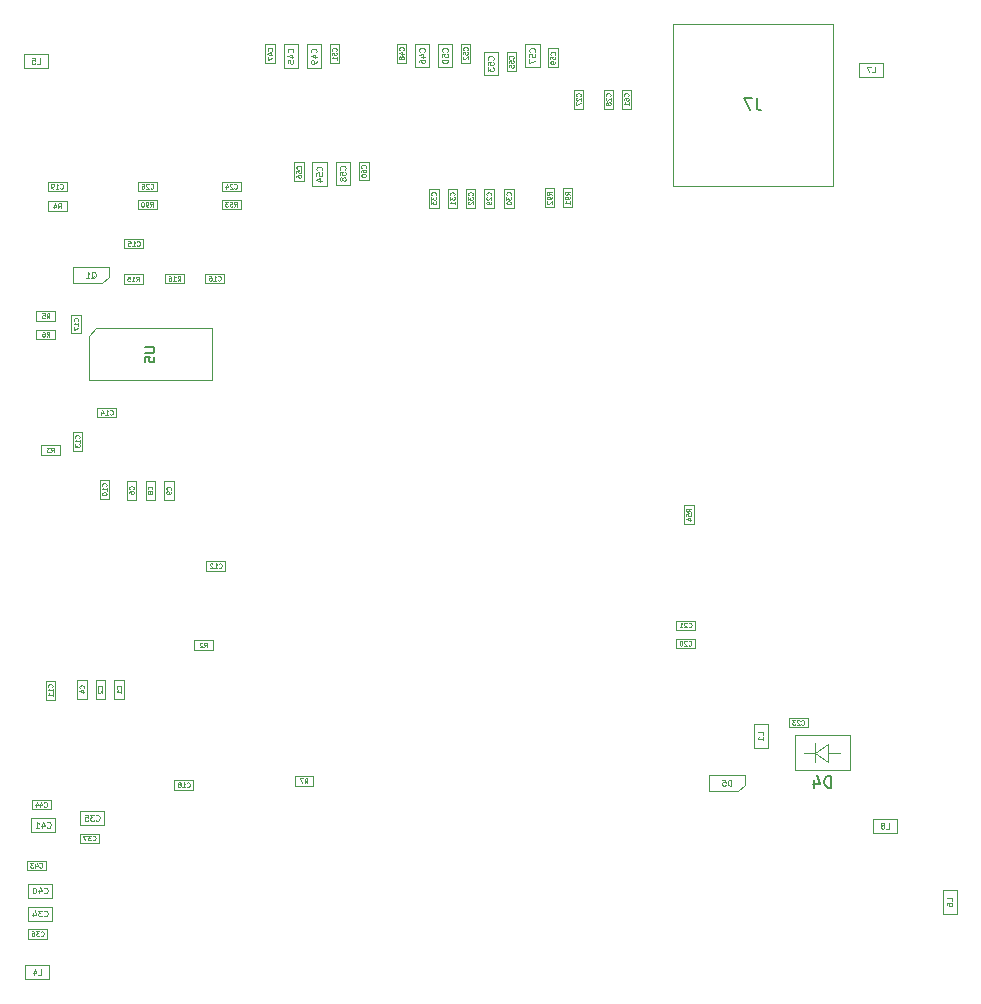
<source format=gbr>
G04 #@! TF.GenerationSoftware,KiCad,Pcbnew,5.1.5-52549c5~86~ubuntu18.04.1*
G04 #@! TF.CreationDate,2020-05-25T12:27:11-05:00*
G04 #@! TF.ProjectId,AICE,41494345-2e6b-4696-9361-645f70636258,rev?*
G04 #@! TF.SameCoordinates,Original*
G04 #@! TF.FileFunction,Other,Fab,Bot*
%FSLAX46Y46*%
G04 Gerber Fmt 4.6, Leading zero omitted, Abs format (unit mm)*
G04 Created by KiCad (PCBNEW 5.1.5-52549c5~86~ubuntu18.04.1) date 2020-05-25 12:27:11*
%MOMM*%
%LPD*%
G04 APERTURE LIST*
%ADD10C,0.100000*%
%ADD11C,0.060000*%
%ADD12C,0.150000*%
%ADD13C,0.080000*%
%ADD14C,0.075000*%
G04 APERTURE END LIST*
D10*
X75492640Y-80039800D02*
X76292640Y-80039800D01*
X76292640Y-80039800D02*
X76292640Y-78439800D01*
X76292640Y-78439800D02*
X75492640Y-78439800D01*
X75492640Y-78439800D02*
X75492640Y-80039800D01*
X47280000Y-90278000D02*
X46680000Y-90878000D01*
X46680000Y-90878000D02*
X46680000Y-94678000D01*
X46680000Y-94678000D02*
X57080000Y-94678000D01*
X57080000Y-94678000D02*
X57080000Y-90278000D01*
X57080000Y-90278000D02*
X47280000Y-90278000D01*
X86089440Y-78420060D02*
X85289440Y-78420060D01*
X85289440Y-78420060D02*
X85289440Y-80020060D01*
X85289440Y-80020060D02*
X86089440Y-80020060D01*
X86089440Y-80020060D02*
X86089440Y-78420060D01*
X87626140Y-78425140D02*
X86826140Y-78425140D01*
X86826140Y-78425140D02*
X86826140Y-80025140D01*
X86826140Y-80025140D02*
X87626140Y-80025140D01*
X87626140Y-80025140D02*
X87626140Y-78425140D01*
X50826000Y-80190000D02*
X52426000Y-80190000D01*
X50826000Y-79390000D02*
X50826000Y-80190000D01*
X52426000Y-79390000D02*
X50826000Y-79390000D01*
X52426000Y-80190000D02*
X52426000Y-79390000D01*
X97900000Y-106850000D02*
X97900000Y-105250000D01*
X97100000Y-106850000D02*
X97900000Y-106850000D01*
X97100000Y-105250000D02*
X97100000Y-106850000D01*
X97900000Y-105250000D02*
X97100000Y-105250000D01*
X57938000Y-80190000D02*
X59538000Y-80190000D01*
X57938000Y-79390000D02*
X57938000Y-80190000D01*
X59538000Y-79390000D02*
X57938000Y-79390000D01*
X59538000Y-80190000D02*
X59538000Y-79390000D01*
X54745000Y-85668000D02*
X53145000Y-85668000D01*
X54745000Y-86468000D02*
X54745000Y-85668000D01*
X53145000Y-86468000D02*
X54745000Y-86468000D01*
X53145000Y-85668000D02*
X53145000Y-86468000D01*
X51245000Y-85708000D02*
X49645000Y-85708000D01*
X51245000Y-86508000D02*
X51245000Y-85708000D01*
X49645000Y-86508000D02*
X51245000Y-86508000D01*
X49645000Y-85708000D02*
X49645000Y-86508000D01*
X42246000Y-91196000D02*
X43846000Y-91196000D01*
X42246000Y-90396000D02*
X42246000Y-91196000D01*
X43846000Y-90396000D02*
X42246000Y-90396000D01*
X43846000Y-91196000D02*
X43846000Y-90396000D01*
X42246000Y-89626000D02*
X43846000Y-89626000D01*
X42246000Y-88826000D02*
X42246000Y-89626000D01*
X43846000Y-88826000D02*
X42246000Y-88826000D01*
X43846000Y-89626000D02*
X43846000Y-88826000D01*
X43194000Y-80314000D02*
X44794000Y-80314000D01*
X43194000Y-79514000D02*
X43194000Y-80314000D01*
X44794000Y-79514000D02*
X43194000Y-79514000D01*
X44794000Y-80314000D02*
X44794000Y-79514000D01*
X44234000Y-100184000D02*
X42634000Y-100184000D01*
X44234000Y-100984000D02*
X44234000Y-100184000D01*
X42634000Y-100984000D02*
X44234000Y-100984000D01*
X42634000Y-100184000D02*
X42634000Y-100984000D01*
X55588000Y-117494000D02*
X57188000Y-117494000D01*
X55588000Y-116694000D02*
X55588000Y-117494000D01*
X57188000Y-116694000D02*
X55588000Y-116694000D01*
X57188000Y-117494000D02*
X57188000Y-116694000D01*
X115100000Y-131810000D02*
X113100000Y-131810000D01*
X115100000Y-133010000D02*
X115100000Y-131810000D01*
X113100000Y-133010000D02*
X115100000Y-133010000D01*
X113100000Y-131810000D02*
X113100000Y-133010000D01*
X111930000Y-68980000D02*
X113930000Y-68980000D01*
X111930000Y-67780000D02*
X111930000Y-68980000D01*
X113930000Y-67780000D02*
X111930000Y-67780000D01*
X113930000Y-68980000D02*
X113930000Y-67780000D01*
X118980000Y-137830000D02*
X118980000Y-139830000D01*
X120180000Y-137830000D02*
X118980000Y-137830000D01*
X120180000Y-139830000D02*
X120180000Y-137830000D01*
X118980000Y-139830000D02*
X120180000Y-139830000D01*
X43191000Y-67052000D02*
X41191000Y-67052000D01*
X43191000Y-68252000D02*
X43191000Y-67052000D01*
X41191000Y-68252000D02*
X43191000Y-68252000D01*
X41191000Y-67052000D02*
X41191000Y-68252000D01*
X43305000Y-144200000D02*
X41305000Y-144200000D01*
X43305000Y-145400000D02*
X43305000Y-144200000D01*
X41305000Y-145400000D02*
X43305000Y-145400000D01*
X41305000Y-144200000D02*
X41305000Y-145400000D01*
X104178000Y-125804000D02*
X104178000Y-123804000D01*
X102978000Y-125804000D02*
X104178000Y-125804000D01*
X102978000Y-123804000D02*
X102978000Y-125804000D01*
X104178000Y-123804000D02*
X102978000Y-123804000D01*
X108150560Y-126198980D02*
X109301180Y-126999080D01*
X108150560Y-126198980D02*
X109301180Y-125449680D01*
X109301180Y-125449680D02*
X109301180Y-126999080D01*
X108150560Y-126999080D02*
X108150560Y-125398880D01*
X109301180Y-126198980D02*
X110299400Y-126198980D01*
X108150560Y-126198980D02*
X107248860Y-126198980D01*
X111100000Y-127700000D02*
X106500000Y-127700000D01*
X111100000Y-127700000D02*
X111100000Y-124700000D01*
X106500000Y-124700000D02*
X106500000Y-127700000D01*
X111100000Y-124700000D02*
X106500000Y-124700000D01*
X91802000Y-71666000D02*
X92602000Y-71666000D01*
X92602000Y-71666000D02*
X92602000Y-70066000D01*
X92602000Y-70066000D02*
X91802000Y-70066000D01*
X91802000Y-70066000D02*
X91802000Y-71666000D01*
X70369380Y-77744220D02*
X70369380Y-76144220D01*
X69569380Y-77744220D02*
X70369380Y-77744220D01*
X69569380Y-76144220D02*
X69569380Y-77744220D01*
X70369380Y-76144220D02*
X69569380Y-76144220D01*
X85589180Y-66574100D02*
X85589180Y-68174100D01*
X86389180Y-66574100D02*
X85589180Y-66574100D01*
X86389180Y-68174100D02*
X86389180Y-66574100D01*
X85589180Y-68174100D02*
X86389180Y-68174100D01*
X68811700Y-78144880D02*
X68811700Y-76144880D01*
X67611700Y-78144880D02*
X68811700Y-78144880D01*
X67611700Y-76144880D02*
X67611700Y-78144880D01*
X68811700Y-76144880D02*
X67611700Y-76144880D01*
X83649180Y-66178100D02*
X83649180Y-68178100D01*
X84849180Y-66178100D02*
X83649180Y-66178100D01*
X84849180Y-68178100D02*
X84849180Y-66178100D01*
X83649180Y-68178100D02*
X84849180Y-68178100D01*
X64884760Y-77805780D02*
X64884760Y-76205780D01*
X64084760Y-77805780D02*
X64884760Y-77805780D01*
X64084760Y-76205780D02*
X64084760Y-77805780D01*
X64884760Y-76205780D02*
X64084760Y-76205780D01*
X82863180Y-68482100D02*
X82863180Y-66882100D01*
X82063180Y-68482100D02*
X82863180Y-68482100D01*
X82063180Y-66882100D02*
X82063180Y-68482100D01*
X82863180Y-66882100D02*
X82063180Y-66882100D01*
X66814760Y-78205780D02*
X66814760Y-76205780D01*
X65614760Y-78205780D02*
X66814760Y-78205780D01*
X65614760Y-76205780D02*
X65614760Y-78205780D01*
X66814760Y-76205780D02*
X65614760Y-76205780D01*
X81329180Y-68857100D02*
X81329180Y-66857100D01*
X80129180Y-68857100D02*
X81329180Y-68857100D01*
X80129180Y-66857100D02*
X80129180Y-68857100D01*
X81329180Y-66857100D02*
X80129180Y-66857100D01*
X78994460Y-67768180D02*
X78994460Y-66168180D01*
X78194460Y-67768180D02*
X78994460Y-67768180D01*
X78194460Y-66168180D02*
X78194460Y-67768180D01*
X78994460Y-66168180D02*
X78194460Y-66168180D01*
X67884820Y-67831120D02*
X67884820Y-66231120D01*
X67084820Y-67831120D02*
X67884820Y-67831120D01*
X67084820Y-66231120D02*
X67084820Y-67831120D01*
X67884820Y-66231120D02*
X67084820Y-66231120D01*
X77464460Y-68168180D02*
X77464460Y-66168180D01*
X76264460Y-68168180D02*
X77464460Y-68168180D01*
X76264460Y-66168180D02*
X76264460Y-68168180D01*
X77464460Y-66168180D02*
X76264460Y-66168180D01*
X66354820Y-68223620D02*
X66354820Y-66223620D01*
X65154820Y-68223620D02*
X66354820Y-68223620D01*
X65154820Y-66223620D02*
X65154820Y-68223620D01*
X66354820Y-66223620D02*
X65154820Y-66223620D01*
X73574460Y-67768180D02*
X73574460Y-66168180D01*
X72774460Y-67768180D02*
X73574460Y-67768180D01*
X72774460Y-66168180D02*
X72774460Y-67768180D01*
X73574460Y-66168180D02*
X72774460Y-66168180D01*
X62434820Y-67816120D02*
X62434820Y-66216120D01*
X61634820Y-67816120D02*
X62434820Y-67816120D01*
X61634820Y-66216120D02*
X61634820Y-67816120D01*
X62434820Y-66216120D02*
X61634820Y-66216120D01*
X75514460Y-68168180D02*
X75514460Y-66168180D01*
X74314460Y-68168180D02*
X75514460Y-68168180D01*
X74314460Y-66168180D02*
X74314460Y-68168180D01*
X75514460Y-66168180D02*
X74314460Y-66168180D01*
X64384820Y-68216120D02*
X64384820Y-66216120D01*
X63184820Y-68216120D02*
X64384820Y-68216120D01*
X63184820Y-66216120D02*
X63184820Y-68216120D01*
X64384820Y-66216120D02*
X63184820Y-66216120D01*
X43440000Y-130200000D02*
X41840000Y-130200000D01*
X43440000Y-131000000D02*
X43440000Y-130200000D01*
X41840000Y-131000000D02*
X43440000Y-131000000D01*
X41840000Y-130200000D02*
X41840000Y-131000000D01*
X43050000Y-135350000D02*
X41450000Y-135350000D01*
X43050000Y-136150000D02*
X43050000Y-135350000D01*
X41450000Y-136150000D02*
X43050000Y-136150000D01*
X41450000Y-135350000D02*
X41450000Y-136150000D01*
X43825000Y-131730000D02*
X41825000Y-131730000D01*
X43825000Y-132930000D02*
X43825000Y-131730000D01*
X41825000Y-132930000D02*
X43825000Y-132930000D01*
X41825000Y-131730000D02*
X41825000Y-132930000D01*
X43555000Y-137290000D02*
X41555000Y-137290000D01*
X43555000Y-138490000D02*
X43555000Y-137290000D01*
X41555000Y-138490000D02*
X43555000Y-138490000D01*
X41555000Y-137290000D02*
X41555000Y-138490000D01*
X45945000Y-133850000D02*
X47545000Y-133850000D01*
X45945000Y-133050000D02*
X45945000Y-133850000D01*
X47545000Y-133050000D02*
X45945000Y-133050000D01*
X47545000Y-133850000D02*
X47545000Y-133050000D01*
X43160000Y-141140000D02*
X41560000Y-141140000D01*
X43160000Y-141940000D02*
X43160000Y-141140000D01*
X41560000Y-141940000D02*
X43160000Y-141940000D01*
X41560000Y-141140000D02*
X41560000Y-141940000D01*
X45960000Y-132340000D02*
X47960000Y-132340000D01*
X45960000Y-131140000D02*
X45960000Y-132340000D01*
X47960000Y-131140000D02*
X45960000Y-131140000D01*
X47960000Y-132340000D02*
X47960000Y-131140000D01*
X43555000Y-139240000D02*
X41555000Y-139240000D01*
X43555000Y-140440000D02*
X43555000Y-139240000D01*
X41555000Y-140440000D02*
X43555000Y-140440000D01*
X41555000Y-139240000D02*
X41555000Y-140440000D01*
X78612460Y-80059800D02*
X79412460Y-80059800D01*
X79412460Y-80059800D02*
X79412460Y-78459800D01*
X79412460Y-78459800D02*
X78612460Y-78459800D01*
X78612460Y-78459800D02*
X78612460Y-80059800D01*
X77072640Y-80054800D02*
X77872640Y-80054800D01*
X77872640Y-80054800D02*
X77872640Y-78454800D01*
X77872640Y-78454800D02*
X77072640Y-78454800D01*
X77072640Y-78454800D02*
X77072640Y-80054800D01*
X81850000Y-80050000D02*
X82650000Y-80050000D01*
X82650000Y-80050000D02*
X82650000Y-78450000D01*
X82650000Y-78450000D02*
X81850000Y-78450000D01*
X81850000Y-78450000D02*
X81850000Y-80050000D01*
X80165620Y-80067100D02*
X80965620Y-80067100D01*
X80965620Y-80067100D02*
X80965620Y-78467100D01*
X80965620Y-78467100D02*
X80165620Y-78467100D01*
X80165620Y-78467100D02*
X80165620Y-80067100D01*
X90278000Y-71666000D02*
X91078000Y-71666000D01*
X91078000Y-71666000D02*
X91078000Y-70066000D01*
X91078000Y-70066000D02*
X90278000Y-70066000D01*
X90278000Y-70066000D02*
X90278000Y-71666000D01*
X87756000Y-71674000D02*
X88556000Y-71674000D01*
X88556000Y-71674000D02*
X88556000Y-70074000D01*
X88556000Y-70074000D02*
X87756000Y-70074000D01*
X87756000Y-70074000D02*
X87756000Y-71674000D01*
X57938000Y-78666000D02*
X59538000Y-78666000D01*
X57938000Y-77866000D02*
X57938000Y-78666000D01*
X59538000Y-77866000D02*
X57938000Y-77866000D01*
X59538000Y-78666000D02*
X59538000Y-77866000D01*
X107558000Y-123264000D02*
X105958000Y-123264000D01*
X107558000Y-124064000D02*
X107558000Y-123264000D01*
X105958000Y-124064000D02*
X107558000Y-124064000D01*
X105958000Y-123264000D02*
X105958000Y-124064000D01*
X96420500Y-115817620D02*
X98020500Y-115817620D01*
X96420500Y-115017620D02*
X96420500Y-115817620D01*
X98020500Y-115017620D02*
X96420500Y-115017620D01*
X98020500Y-115817620D02*
X98020500Y-115017620D01*
X96400500Y-117347620D02*
X98000500Y-117347620D01*
X96400500Y-116547620D02*
X96400500Y-117347620D01*
X98000500Y-116547620D02*
X96400500Y-116547620D01*
X98000500Y-117347620D02*
X98000500Y-116547620D01*
X43206000Y-78666000D02*
X44806000Y-78666000D01*
X43206000Y-77866000D02*
X43206000Y-78666000D01*
X44806000Y-77866000D02*
X43206000Y-77866000D01*
X44806000Y-78666000D02*
X44806000Y-77866000D01*
X53923000Y-129336000D02*
X55523000Y-129336000D01*
X53923000Y-128536000D02*
X53923000Y-129336000D01*
X55523000Y-128536000D02*
X53923000Y-128536000D01*
X55523000Y-129336000D02*
X55523000Y-128536000D01*
X46016000Y-90706000D02*
X46016000Y-89106000D01*
X45216000Y-90706000D02*
X46016000Y-90706000D01*
X45216000Y-89106000D02*
X45216000Y-90706000D01*
X46016000Y-89106000D02*
X45216000Y-89106000D01*
X58155000Y-85648000D02*
X56555000Y-85648000D01*
X58155000Y-86448000D02*
X58155000Y-85648000D01*
X56555000Y-86448000D02*
X58155000Y-86448000D01*
X56555000Y-85648000D02*
X56555000Y-86448000D01*
X51295000Y-82708000D02*
X49695000Y-82708000D01*
X51295000Y-83508000D02*
X51295000Y-82708000D01*
X49695000Y-83508000D02*
X51295000Y-83508000D01*
X49695000Y-82708000D02*
X49695000Y-83508000D01*
X49010000Y-96998000D02*
X47410000Y-96998000D01*
X49010000Y-97798000D02*
X49010000Y-96998000D01*
X47410000Y-97798000D02*
X49010000Y-97798000D01*
X47410000Y-96998000D02*
X47410000Y-97798000D01*
X45320000Y-99022000D02*
X45320000Y-100622000D01*
X46120000Y-99022000D02*
X45320000Y-99022000D01*
X46120000Y-100622000D02*
X46120000Y-99022000D01*
X45320000Y-100622000D02*
X46120000Y-100622000D01*
X56630000Y-110780000D02*
X58230000Y-110780000D01*
X56630000Y-109980000D02*
X56630000Y-110780000D01*
X58230000Y-109980000D02*
X56630000Y-109980000D01*
X58230000Y-110780000D02*
X58230000Y-109980000D01*
X43034000Y-120104000D02*
X43034000Y-121704000D01*
X43834000Y-120104000D02*
X43034000Y-120104000D01*
X43834000Y-121704000D02*
X43834000Y-120104000D01*
X43034000Y-121704000D02*
X43834000Y-121704000D01*
X48406000Y-104686000D02*
X48406000Y-103086000D01*
X47606000Y-104686000D02*
X48406000Y-104686000D01*
X47606000Y-103086000D02*
X47606000Y-104686000D01*
X48406000Y-103086000D02*
X47606000Y-103086000D01*
X53068000Y-104791000D02*
X53868000Y-104791000D01*
X53868000Y-104791000D02*
X53868000Y-103191000D01*
X53868000Y-103191000D02*
X53068000Y-103191000D01*
X53068000Y-103191000D02*
X53068000Y-104791000D01*
X51488000Y-103176000D02*
X51488000Y-104776000D01*
X52288000Y-103176000D02*
X51488000Y-103176000D01*
X52288000Y-104776000D02*
X52288000Y-103176000D01*
X51488000Y-104776000D02*
X52288000Y-104776000D01*
X49918000Y-103171000D02*
X49918000Y-104771000D01*
X50718000Y-103171000D02*
X49918000Y-103171000D01*
X50718000Y-104771000D02*
X50718000Y-103171000D01*
X49918000Y-104771000D02*
X50718000Y-104771000D01*
X46510000Y-121610000D02*
X46510000Y-120010000D01*
X45710000Y-121610000D02*
X46510000Y-121610000D01*
X45710000Y-120010000D02*
X45710000Y-121610000D01*
X46510000Y-120010000D02*
X45710000Y-120010000D01*
X48060000Y-121635000D02*
X48060000Y-120035000D01*
X47260000Y-121635000D02*
X48060000Y-121635000D01*
X47260000Y-120035000D02*
X47260000Y-121635000D01*
X48060000Y-120035000D02*
X47260000Y-120035000D01*
X49650000Y-121630000D02*
X49650000Y-120030000D01*
X48850000Y-121630000D02*
X49650000Y-121630000D01*
X48850000Y-120030000D02*
X48850000Y-121630000D01*
X49650000Y-120030000D02*
X48850000Y-120030000D01*
X101648000Y-129464000D02*
X99198000Y-129464000D01*
X102218000Y-128914000D02*
X102218000Y-128064000D01*
X101648000Y-129464000D02*
X102218000Y-128914000D01*
X102218000Y-128064000D02*
X99178000Y-128064000D01*
X99178000Y-129464000D02*
X99178000Y-128064000D01*
X109710000Y-78200000D02*
X96110000Y-78200000D01*
X109710000Y-64500000D02*
X109710000Y-78200000D01*
X96110000Y-64500000D02*
X109710000Y-64500000D01*
X96110000Y-78200000D02*
X96110000Y-64500000D01*
X47800000Y-86458000D02*
X45350000Y-86458000D01*
X48370000Y-85908000D02*
X48370000Y-85058000D01*
X47800000Y-86458000D02*
X48370000Y-85908000D01*
X48370000Y-85058000D02*
X45330000Y-85058000D01*
X45330000Y-86458000D02*
X45330000Y-85058000D01*
X52451500Y-78666000D02*
X52451500Y-77866000D01*
X52451500Y-77866000D02*
X50851500Y-77866000D01*
X50851500Y-77866000D02*
X50851500Y-78666000D01*
X50851500Y-78666000D02*
X52451500Y-78666000D01*
X65700000Y-129000000D02*
X65700000Y-128200000D01*
X65700000Y-128200000D02*
X64100000Y-128200000D01*
X64100000Y-128200000D02*
X64100000Y-129000000D01*
X64100000Y-129000000D02*
X65700000Y-129000000D01*
D11*
X76035497Y-78982657D02*
X76054544Y-78963609D01*
X76073592Y-78906466D01*
X76073592Y-78868371D01*
X76054544Y-78811228D01*
X76016449Y-78773133D01*
X75978354Y-78754085D01*
X75902163Y-78735038D01*
X75845020Y-78735038D01*
X75768830Y-78754085D01*
X75730735Y-78773133D01*
X75692640Y-78811228D01*
X75673592Y-78868371D01*
X75673592Y-78906466D01*
X75692640Y-78963609D01*
X75711687Y-78982657D01*
X75673592Y-79115990D02*
X75673592Y-79363609D01*
X75825973Y-79230276D01*
X75825973Y-79287419D01*
X75845020Y-79325514D01*
X75864068Y-79344561D01*
X75902163Y-79363609D01*
X75997401Y-79363609D01*
X76035497Y-79344561D01*
X76054544Y-79325514D01*
X76073592Y-79287419D01*
X76073592Y-79173133D01*
X76054544Y-79135038D01*
X76035497Y-79115990D01*
X75673592Y-79496942D02*
X75673592Y-79744561D01*
X75825973Y-79611228D01*
X75825973Y-79668371D01*
X75845020Y-79706466D01*
X75864068Y-79725514D01*
X75902163Y-79744561D01*
X75997401Y-79744561D01*
X76035497Y-79725514D01*
X76054544Y-79706466D01*
X76073592Y-79668371D01*
X76073592Y-79554085D01*
X76054544Y-79515990D01*
X76035497Y-79496942D01*
D12*
X51441904Y-91868476D02*
X52089523Y-91868476D01*
X52165714Y-91906571D01*
X52203809Y-91944666D01*
X52241904Y-92020857D01*
X52241904Y-92173238D01*
X52203809Y-92249428D01*
X52165714Y-92287523D01*
X52089523Y-92325619D01*
X51441904Y-92325619D01*
X51441904Y-93087523D02*
X51441904Y-92706571D01*
X51822857Y-92668476D01*
X51784761Y-92706571D01*
X51746666Y-92782761D01*
X51746666Y-92973238D01*
X51784761Y-93049428D01*
X51822857Y-93087523D01*
X51899047Y-93125619D01*
X52089523Y-93125619D01*
X52165714Y-93087523D01*
X52203809Y-93049428D01*
X52241904Y-92973238D01*
X52241904Y-92782761D01*
X52203809Y-92706571D01*
X52165714Y-92668476D01*
D11*
X85870392Y-78962917D02*
X85679916Y-78829583D01*
X85870392Y-78734345D02*
X85470392Y-78734345D01*
X85470392Y-78886726D01*
X85489440Y-78924821D01*
X85508487Y-78943869D01*
X85546582Y-78962917D01*
X85603725Y-78962917D01*
X85641820Y-78943869D01*
X85660868Y-78924821D01*
X85679916Y-78886726D01*
X85679916Y-78734345D01*
X85870392Y-79153393D02*
X85870392Y-79229583D01*
X85851344Y-79267679D01*
X85832297Y-79286726D01*
X85775154Y-79324821D01*
X85698963Y-79343869D01*
X85546582Y-79343869D01*
X85508487Y-79324821D01*
X85489440Y-79305774D01*
X85470392Y-79267679D01*
X85470392Y-79191488D01*
X85489440Y-79153393D01*
X85508487Y-79134345D01*
X85546582Y-79115298D01*
X85641820Y-79115298D01*
X85679916Y-79134345D01*
X85698963Y-79153393D01*
X85718011Y-79191488D01*
X85718011Y-79267679D01*
X85698963Y-79305774D01*
X85679916Y-79324821D01*
X85641820Y-79343869D01*
X85508487Y-79496250D02*
X85489440Y-79515298D01*
X85470392Y-79553393D01*
X85470392Y-79648631D01*
X85489440Y-79686726D01*
X85508487Y-79705774D01*
X85546582Y-79724821D01*
X85584678Y-79724821D01*
X85641820Y-79705774D01*
X85870392Y-79477202D01*
X85870392Y-79724821D01*
X87407092Y-78967997D02*
X87216616Y-78834663D01*
X87407092Y-78739425D02*
X87007092Y-78739425D01*
X87007092Y-78891806D01*
X87026140Y-78929901D01*
X87045187Y-78948949D01*
X87083282Y-78967997D01*
X87140425Y-78967997D01*
X87178520Y-78948949D01*
X87197568Y-78929901D01*
X87216616Y-78891806D01*
X87216616Y-78739425D01*
X87407092Y-79158473D02*
X87407092Y-79234663D01*
X87388044Y-79272759D01*
X87368997Y-79291806D01*
X87311854Y-79329901D01*
X87235663Y-79348949D01*
X87083282Y-79348949D01*
X87045187Y-79329901D01*
X87026140Y-79310854D01*
X87007092Y-79272759D01*
X87007092Y-79196568D01*
X87026140Y-79158473D01*
X87045187Y-79139425D01*
X87083282Y-79120378D01*
X87178520Y-79120378D01*
X87216616Y-79139425D01*
X87235663Y-79158473D01*
X87254711Y-79196568D01*
X87254711Y-79272759D01*
X87235663Y-79310854D01*
X87216616Y-79329901D01*
X87178520Y-79348949D01*
X87407092Y-79729901D02*
X87407092Y-79501330D01*
X87407092Y-79615616D02*
X87007092Y-79615616D01*
X87064235Y-79577520D01*
X87102330Y-79539425D01*
X87121378Y-79501330D01*
X51883142Y-79970952D02*
X52016476Y-79780476D01*
X52111714Y-79970952D02*
X52111714Y-79570952D01*
X51959333Y-79570952D01*
X51921238Y-79590000D01*
X51902190Y-79609047D01*
X51883142Y-79647142D01*
X51883142Y-79704285D01*
X51902190Y-79742380D01*
X51921238Y-79761428D01*
X51959333Y-79780476D01*
X52111714Y-79780476D01*
X51692666Y-79970952D02*
X51616476Y-79970952D01*
X51578380Y-79951904D01*
X51559333Y-79932857D01*
X51521238Y-79875714D01*
X51502190Y-79799523D01*
X51502190Y-79647142D01*
X51521238Y-79609047D01*
X51540285Y-79590000D01*
X51578380Y-79570952D01*
X51654571Y-79570952D01*
X51692666Y-79590000D01*
X51711714Y-79609047D01*
X51730761Y-79647142D01*
X51730761Y-79742380D01*
X51711714Y-79780476D01*
X51692666Y-79799523D01*
X51654571Y-79818571D01*
X51578380Y-79818571D01*
X51540285Y-79799523D01*
X51521238Y-79780476D01*
X51502190Y-79742380D01*
X51254571Y-79570952D02*
X51216476Y-79570952D01*
X51178380Y-79590000D01*
X51159333Y-79609047D01*
X51140285Y-79647142D01*
X51121238Y-79723333D01*
X51121238Y-79818571D01*
X51140285Y-79894761D01*
X51159333Y-79932857D01*
X51178380Y-79951904D01*
X51216476Y-79970952D01*
X51254571Y-79970952D01*
X51292666Y-79951904D01*
X51311714Y-79932857D01*
X51330761Y-79894761D01*
X51349809Y-79818571D01*
X51349809Y-79723333D01*
X51330761Y-79647142D01*
X51311714Y-79609047D01*
X51292666Y-79590000D01*
X51254571Y-79570952D01*
X97680952Y-105792857D02*
X97490476Y-105659523D01*
X97680952Y-105564285D02*
X97280952Y-105564285D01*
X97280952Y-105716666D01*
X97300000Y-105754761D01*
X97319047Y-105773809D01*
X97357142Y-105792857D01*
X97414285Y-105792857D01*
X97452380Y-105773809D01*
X97471428Y-105754761D01*
X97490476Y-105716666D01*
X97490476Y-105564285D01*
X97280952Y-106154761D02*
X97280952Y-105964285D01*
X97471428Y-105945238D01*
X97452380Y-105964285D01*
X97433333Y-106002380D01*
X97433333Y-106097619D01*
X97452380Y-106135714D01*
X97471428Y-106154761D01*
X97509523Y-106173809D01*
X97604761Y-106173809D01*
X97642857Y-106154761D01*
X97661904Y-106135714D01*
X97680952Y-106097619D01*
X97680952Y-106002380D01*
X97661904Y-105964285D01*
X97642857Y-105945238D01*
X97414285Y-106516666D02*
X97680952Y-106516666D01*
X97261904Y-106421428D02*
X97547619Y-106326190D01*
X97547619Y-106573809D01*
X58995142Y-79970952D02*
X59128476Y-79780476D01*
X59223714Y-79970952D02*
X59223714Y-79570952D01*
X59071333Y-79570952D01*
X59033238Y-79590000D01*
X59014190Y-79609047D01*
X58995142Y-79647142D01*
X58995142Y-79704285D01*
X59014190Y-79742380D01*
X59033238Y-79761428D01*
X59071333Y-79780476D01*
X59223714Y-79780476D01*
X58633238Y-79570952D02*
X58823714Y-79570952D01*
X58842761Y-79761428D01*
X58823714Y-79742380D01*
X58785619Y-79723333D01*
X58690380Y-79723333D01*
X58652285Y-79742380D01*
X58633238Y-79761428D01*
X58614190Y-79799523D01*
X58614190Y-79894761D01*
X58633238Y-79932857D01*
X58652285Y-79951904D01*
X58690380Y-79970952D01*
X58785619Y-79970952D01*
X58823714Y-79951904D01*
X58842761Y-79932857D01*
X58480857Y-79570952D02*
X58233238Y-79570952D01*
X58366571Y-79723333D01*
X58309428Y-79723333D01*
X58271333Y-79742380D01*
X58252285Y-79761428D01*
X58233238Y-79799523D01*
X58233238Y-79894761D01*
X58252285Y-79932857D01*
X58271333Y-79951904D01*
X58309428Y-79970952D01*
X58423714Y-79970952D01*
X58461809Y-79951904D01*
X58480857Y-79932857D01*
X54202142Y-86248952D02*
X54335476Y-86058476D01*
X54430714Y-86248952D02*
X54430714Y-85848952D01*
X54278333Y-85848952D01*
X54240238Y-85868000D01*
X54221190Y-85887047D01*
X54202142Y-85925142D01*
X54202142Y-85982285D01*
X54221190Y-86020380D01*
X54240238Y-86039428D01*
X54278333Y-86058476D01*
X54430714Y-86058476D01*
X53821190Y-86248952D02*
X54049761Y-86248952D01*
X53935476Y-86248952D02*
X53935476Y-85848952D01*
X53973571Y-85906095D01*
X54011666Y-85944190D01*
X54049761Y-85963238D01*
X53478333Y-85848952D02*
X53554523Y-85848952D01*
X53592619Y-85868000D01*
X53611666Y-85887047D01*
X53649761Y-85944190D01*
X53668809Y-86020380D01*
X53668809Y-86172761D01*
X53649761Y-86210857D01*
X53630714Y-86229904D01*
X53592619Y-86248952D01*
X53516428Y-86248952D01*
X53478333Y-86229904D01*
X53459285Y-86210857D01*
X53440238Y-86172761D01*
X53440238Y-86077523D01*
X53459285Y-86039428D01*
X53478333Y-86020380D01*
X53516428Y-86001333D01*
X53592619Y-86001333D01*
X53630714Y-86020380D01*
X53649761Y-86039428D01*
X53668809Y-86077523D01*
X50702142Y-86288952D02*
X50835476Y-86098476D01*
X50930714Y-86288952D02*
X50930714Y-85888952D01*
X50778333Y-85888952D01*
X50740238Y-85908000D01*
X50721190Y-85927047D01*
X50702142Y-85965142D01*
X50702142Y-86022285D01*
X50721190Y-86060380D01*
X50740238Y-86079428D01*
X50778333Y-86098476D01*
X50930714Y-86098476D01*
X50321190Y-86288952D02*
X50549761Y-86288952D01*
X50435476Y-86288952D02*
X50435476Y-85888952D01*
X50473571Y-85946095D01*
X50511666Y-85984190D01*
X50549761Y-86003238D01*
X49959285Y-85888952D02*
X50149761Y-85888952D01*
X50168809Y-86079428D01*
X50149761Y-86060380D01*
X50111666Y-86041333D01*
X50016428Y-86041333D01*
X49978333Y-86060380D01*
X49959285Y-86079428D01*
X49940238Y-86117523D01*
X49940238Y-86212761D01*
X49959285Y-86250857D01*
X49978333Y-86269904D01*
X50016428Y-86288952D01*
X50111666Y-86288952D01*
X50149761Y-86269904D01*
X50168809Y-86250857D01*
X43112666Y-90976952D02*
X43246000Y-90786476D01*
X43341238Y-90976952D02*
X43341238Y-90576952D01*
X43188857Y-90576952D01*
X43150761Y-90596000D01*
X43131714Y-90615047D01*
X43112666Y-90653142D01*
X43112666Y-90710285D01*
X43131714Y-90748380D01*
X43150761Y-90767428D01*
X43188857Y-90786476D01*
X43341238Y-90786476D01*
X42769809Y-90576952D02*
X42846000Y-90576952D01*
X42884095Y-90596000D01*
X42903142Y-90615047D01*
X42941238Y-90672190D01*
X42960285Y-90748380D01*
X42960285Y-90900761D01*
X42941238Y-90938857D01*
X42922190Y-90957904D01*
X42884095Y-90976952D01*
X42807904Y-90976952D01*
X42769809Y-90957904D01*
X42750761Y-90938857D01*
X42731714Y-90900761D01*
X42731714Y-90805523D01*
X42750761Y-90767428D01*
X42769809Y-90748380D01*
X42807904Y-90729333D01*
X42884095Y-90729333D01*
X42922190Y-90748380D01*
X42941238Y-90767428D01*
X42960285Y-90805523D01*
X43112666Y-89406952D02*
X43246000Y-89216476D01*
X43341238Y-89406952D02*
X43341238Y-89006952D01*
X43188857Y-89006952D01*
X43150761Y-89026000D01*
X43131714Y-89045047D01*
X43112666Y-89083142D01*
X43112666Y-89140285D01*
X43131714Y-89178380D01*
X43150761Y-89197428D01*
X43188857Y-89216476D01*
X43341238Y-89216476D01*
X42750761Y-89006952D02*
X42941238Y-89006952D01*
X42960285Y-89197428D01*
X42941238Y-89178380D01*
X42903142Y-89159333D01*
X42807904Y-89159333D01*
X42769809Y-89178380D01*
X42750761Y-89197428D01*
X42731714Y-89235523D01*
X42731714Y-89330761D01*
X42750761Y-89368857D01*
X42769809Y-89387904D01*
X42807904Y-89406952D01*
X42903142Y-89406952D01*
X42941238Y-89387904D01*
X42960285Y-89368857D01*
X44060666Y-80094952D02*
X44194000Y-79904476D01*
X44289238Y-80094952D02*
X44289238Y-79694952D01*
X44136857Y-79694952D01*
X44098761Y-79714000D01*
X44079714Y-79733047D01*
X44060666Y-79771142D01*
X44060666Y-79828285D01*
X44079714Y-79866380D01*
X44098761Y-79885428D01*
X44136857Y-79904476D01*
X44289238Y-79904476D01*
X43717809Y-79828285D02*
X43717809Y-80094952D01*
X43813047Y-79675904D02*
X43908285Y-79961619D01*
X43660666Y-79961619D01*
X43500666Y-100764952D02*
X43634000Y-100574476D01*
X43729238Y-100764952D02*
X43729238Y-100364952D01*
X43576857Y-100364952D01*
X43538761Y-100384000D01*
X43519714Y-100403047D01*
X43500666Y-100441142D01*
X43500666Y-100498285D01*
X43519714Y-100536380D01*
X43538761Y-100555428D01*
X43576857Y-100574476D01*
X43729238Y-100574476D01*
X43367333Y-100364952D02*
X43119714Y-100364952D01*
X43253047Y-100517333D01*
X43195904Y-100517333D01*
X43157809Y-100536380D01*
X43138761Y-100555428D01*
X43119714Y-100593523D01*
X43119714Y-100688761D01*
X43138761Y-100726857D01*
X43157809Y-100745904D01*
X43195904Y-100764952D01*
X43310190Y-100764952D01*
X43348285Y-100745904D01*
X43367333Y-100726857D01*
X56454666Y-117274952D02*
X56588000Y-117084476D01*
X56683238Y-117274952D02*
X56683238Y-116874952D01*
X56530857Y-116874952D01*
X56492761Y-116894000D01*
X56473714Y-116913047D01*
X56454666Y-116951142D01*
X56454666Y-117008285D01*
X56473714Y-117046380D01*
X56492761Y-117065428D01*
X56530857Y-117084476D01*
X56683238Y-117084476D01*
X56302285Y-116913047D02*
X56283238Y-116894000D01*
X56245142Y-116874952D01*
X56149904Y-116874952D01*
X56111809Y-116894000D01*
X56092761Y-116913047D01*
X56073714Y-116951142D01*
X56073714Y-116989238D01*
X56092761Y-117046380D01*
X56321333Y-117274952D01*
X56073714Y-117274952D01*
D13*
X114183333Y-132636190D02*
X114421428Y-132636190D01*
X114421428Y-132136190D01*
X113945238Y-132350476D02*
X113992857Y-132326666D01*
X114016666Y-132302857D01*
X114040476Y-132255238D01*
X114040476Y-132231428D01*
X114016666Y-132183809D01*
X113992857Y-132160000D01*
X113945238Y-132136190D01*
X113850000Y-132136190D01*
X113802380Y-132160000D01*
X113778571Y-132183809D01*
X113754761Y-132231428D01*
X113754761Y-132255238D01*
X113778571Y-132302857D01*
X113802380Y-132326666D01*
X113850000Y-132350476D01*
X113945238Y-132350476D01*
X113992857Y-132374285D01*
X114016666Y-132398095D01*
X114040476Y-132445714D01*
X114040476Y-132540952D01*
X114016666Y-132588571D01*
X113992857Y-132612380D01*
X113945238Y-132636190D01*
X113850000Y-132636190D01*
X113802380Y-132612380D01*
X113778571Y-132588571D01*
X113754761Y-132540952D01*
X113754761Y-132445714D01*
X113778571Y-132398095D01*
X113802380Y-132374285D01*
X113850000Y-132350476D01*
X113013333Y-68606190D02*
X113251428Y-68606190D01*
X113251428Y-68106190D01*
X112894285Y-68106190D02*
X112560952Y-68106190D01*
X112775238Y-68606190D01*
X119806190Y-138746666D02*
X119806190Y-138508571D01*
X119306190Y-138508571D01*
X119306190Y-139127619D02*
X119306190Y-139032380D01*
X119330000Y-138984761D01*
X119353809Y-138960952D01*
X119425238Y-138913333D01*
X119520476Y-138889523D01*
X119710952Y-138889523D01*
X119758571Y-138913333D01*
X119782380Y-138937142D01*
X119806190Y-138984761D01*
X119806190Y-139080000D01*
X119782380Y-139127619D01*
X119758571Y-139151428D01*
X119710952Y-139175238D01*
X119591904Y-139175238D01*
X119544285Y-139151428D01*
X119520476Y-139127619D01*
X119496666Y-139080000D01*
X119496666Y-138984761D01*
X119520476Y-138937142D01*
X119544285Y-138913333D01*
X119591904Y-138889523D01*
X42274333Y-67878190D02*
X42512428Y-67878190D01*
X42512428Y-67378190D01*
X41869571Y-67378190D02*
X42107666Y-67378190D01*
X42131476Y-67616285D01*
X42107666Y-67592476D01*
X42060047Y-67568666D01*
X41941000Y-67568666D01*
X41893380Y-67592476D01*
X41869571Y-67616285D01*
X41845761Y-67663904D01*
X41845761Y-67782952D01*
X41869571Y-67830571D01*
X41893380Y-67854380D01*
X41941000Y-67878190D01*
X42060047Y-67878190D01*
X42107666Y-67854380D01*
X42131476Y-67830571D01*
X42388333Y-145026190D02*
X42626428Y-145026190D01*
X42626428Y-144526190D01*
X42007380Y-144692857D02*
X42007380Y-145026190D01*
X42126428Y-144502380D02*
X42245476Y-144859523D01*
X41935952Y-144859523D01*
X103804190Y-124720666D02*
X103804190Y-124482571D01*
X103304190Y-124482571D01*
X103804190Y-125149238D02*
X103804190Y-124863523D01*
X103804190Y-125006380D02*
X103304190Y-125006380D01*
X103375619Y-124958761D01*
X103423238Y-124911142D01*
X103447047Y-124863523D01*
D12*
X109538095Y-129152380D02*
X109538095Y-128152380D01*
X109300000Y-128152380D01*
X109157142Y-128200000D01*
X109061904Y-128295238D01*
X109014285Y-128390476D01*
X108966666Y-128580952D01*
X108966666Y-128723809D01*
X109014285Y-128914285D01*
X109061904Y-129009523D01*
X109157142Y-129104761D01*
X109300000Y-129152380D01*
X109538095Y-129152380D01*
X108109523Y-128485714D02*
X108109523Y-129152380D01*
X108347619Y-128104761D02*
X108585714Y-128819047D01*
X107966666Y-128819047D01*
D11*
X92344857Y-70608857D02*
X92363904Y-70589809D01*
X92382952Y-70532666D01*
X92382952Y-70494571D01*
X92363904Y-70437428D01*
X92325809Y-70399333D01*
X92287714Y-70380285D01*
X92211523Y-70361238D01*
X92154380Y-70361238D01*
X92078190Y-70380285D01*
X92040095Y-70399333D01*
X92002000Y-70437428D01*
X91982952Y-70494571D01*
X91982952Y-70532666D01*
X92002000Y-70589809D01*
X92021047Y-70608857D01*
X91982952Y-70951714D02*
X91982952Y-70875523D01*
X92002000Y-70837428D01*
X92021047Y-70818380D01*
X92078190Y-70780285D01*
X92154380Y-70761238D01*
X92306761Y-70761238D01*
X92344857Y-70780285D01*
X92363904Y-70799333D01*
X92382952Y-70837428D01*
X92382952Y-70913619D01*
X92363904Y-70951714D01*
X92344857Y-70970761D01*
X92306761Y-70989809D01*
X92211523Y-70989809D01*
X92173428Y-70970761D01*
X92154380Y-70951714D01*
X92135333Y-70913619D01*
X92135333Y-70837428D01*
X92154380Y-70799333D01*
X92173428Y-70780285D01*
X92211523Y-70761238D01*
X92382952Y-71370761D02*
X92382952Y-71142190D01*
X92382952Y-71256476D02*
X91982952Y-71256476D01*
X92040095Y-71218380D01*
X92078190Y-71180285D01*
X92097238Y-71142190D01*
X70112237Y-76687077D02*
X70131284Y-76668029D01*
X70150332Y-76610886D01*
X70150332Y-76572791D01*
X70131284Y-76515648D01*
X70093189Y-76477553D01*
X70055094Y-76458505D01*
X69978903Y-76439458D01*
X69921760Y-76439458D01*
X69845570Y-76458505D01*
X69807475Y-76477553D01*
X69769380Y-76515648D01*
X69750332Y-76572791D01*
X69750332Y-76610886D01*
X69769380Y-76668029D01*
X69788427Y-76687077D01*
X69750332Y-77029934D02*
X69750332Y-76953743D01*
X69769380Y-76915648D01*
X69788427Y-76896600D01*
X69845570Y-76858505D01*
X69921760Y-76839458D01*
X70074141Y-76839458D01*
X70112237Y-76858505D01*
X70131284Y-76877553D01*
X70150332Y-76915648D01*
X70150332Y-76991839D01*
X70131284Y-77029934D01*
X70112237Y-77048981D01*
X70074141Y-77068029D01*
X69978903Y-77068029D01*
X69940808Y-77048981D01*
X69921760Y-77029934D01*
X69902713Y-76991839D01*
X69902713Y-76915648D01*
X69921760Y-76877553D01*
X69940808Y-76858505D01*
X69978903Y-76839458D01*
X69750332Y-77315648D02*
X69750332Y-77353743D01*
X69769380Y-77391839D01*
X69788427Y-77410886D01*
X69826522Y-77429934D01*
X69902713Y-77448981D01*
X69997951Y-77448981D01*
X70074141Y-77429934D01*
X70112237Y-77410886D01*
X70131284Y-77391839D01*
X70150332Y-77353743D01*
X70150332Y-77315648D01*
X70131284Y-77277553D01*
X70112237Y-77258505D01*
X70074141Y-77239458D01*
X69997951Y-77220410D01*
X69902713Y-77220410D01*
X69826522Y-77239458D01*
X69788427Y-77258505D01*
X69769380Y-77277553D01*
X69750332Y-77315648D01*
X86132037Y-67116957D02*
X86151084Y-67097909D01*
X86170132Y-67040766D01*
X86170132Y-67002671D01*
X86151084Y-66945528D01*
X86112989Y-66907433D01*
X86074894Y-66888385D01*
X85998703Y-66869338D01*
X85941560Y-66869338D01*
X85865370Y-66888385D01*
X85827275Y-66907433D01*
X85789180Y-66945528D01*
X85770132Y-67002671D01*
X85770132Y-67040766D01*
X85789180Y-67097909D01*
X85808227Y-67116957D01*
X85770132Y-67478861D02*
X85770132Y-67288385D01*
X85960608Y-67269338D01*
X85941560Y-67288385D01*
X85922513Y-67326480D01*
X85922513Y-67421719D01*
X85941560Y-67459814D01*
X85960608Y-67478861D01*
X85998703Y-67497909D01*
X86093941Y-67497909D01*
X86132037Y-67478861D01*
X86151084Y-67459814D01*
X86170132Y-67421719D01*
X86170132Y-67326480D01*
X86151084Y-67288385D01*
X86132037Y-67269338D01*
X86170132Y-67688385D02*
X86170132Y-67764576D01*
X86151084Y-67802671D01*
X86132037Y-67821719D01*
X86074894Y-67859814D01*
X85998703Y-67878861D01*
X85846322Y-67878861D01*
X85808227Y-67859814D01*
X85789180Y-67840766D01*
X85770132Y-67802671D01*
X85770132Y-67726480D01*
X85789180Y-67688385D01*
X85808227Y-67669338D01*
X85846322Y-67650290D01*
X85941560Y-67650290D01*
X85979656Y-67669338D01*
X85998703Y-67688385D01*
X86017751Y-67726480D01*
X86017751Y-67802671D01*
X85998703Y-67840766D01*
X85979656Y-67859814D01*
X85941560Y-67878861D01*
D13*
X68390271Y-76823451D02*
X68414080Y-76799641D01*
X68437890Y-76728213D01*
X68437890Y-76680594D01*
X68414080Y-76609165D01*
X68366461Y-76561546D01*
X68318842Y-76537737D01*
X68223604Y-76513927D01*
X68152176Y-76513927D01*
X68056938Y-76537737D01*
X68009319Y-76561546D01*
X67961700Y-76609165D01*
X67937890Y-76680594D01*
X67937890Y-76728213D01*
X67961700Y-76799641D01*
X67985509Y-76823451D01*
X67937890Y-77275832D02*
X67937890Y-77037737D01*
X68175985Y-77013927D01*
X68152176Y-77037737D01*
X68128366Y-77085356D01*
X68128366Y-77204403D01*
X68152176Y-77252022D01*
X68175985Y-77275832D01*
X68223604Y-77299641D01*
X68342652Y-77299641D01*
X68390271Y-77275832D01*
X68414080Y-77252022D01*
X68437890Y-77204403D01*
X68437890Y-77085356D01*
X68414080Y-77037737D01*
X68390271Y-77013927D01*
X68152176Y-77585356D02*
X68128366Y-77537737D01*
X68104557Y-77513927D01*
X68056938Y-77490118D01*
X68033128Y-77490118D01*
X67985509Y-77513927D01*
X67961700Y-77537737D01*
X67937890Y-77585356D01*
X67937890Y-77680594D01*
X67961700Y-77728213D01*
X67985509Y-77752022D01*
X68033128Y-77775832D01*
X68056938Y-77775832D01*
X68104557Y-77752022D01*
X68128366Y-77728213D01*
X68152176Y-77680594D01*
X68152176Y-77585356D01*
X68175985Y-77537737D01*
X68199795Y-77513927D01*
X68247414Y-77490118D01*
X68342652Y-77490118D01*
X68390271Y-77513927D01*
X68414080Y-77537737D01*
X68437890Y-77585356D01*
X68437890Y-77680594D01*
X68414080Y-77728213D01*
X68390271Y-77752022D01*
X68342652Y-77775832D01*
X68247414Y-77775832D01*
X68199795Y-77752022D01*
X68175985Y-77728213D01*
X68152176Y-77680594D01*
X84427751Y-66856671D02*
X84451560Y-66832861D01*
X84475370Y-66761433D01*
X84475370Y-66713814D01*
X84451560Y-66642385D01*
X84403941Y-66594766D01*
X84356322Y-66570957D01*
X84261084Y-66547147D01*
X84189656Y-66547147D01*
X84094418Y-66570957D01*
X84046799Y-66594766D01*
X83999180Y-66642385D01*
X83975370Y-66713814D01*
X83975370Y-66761433D01*
X83999180Y-66832861D01*
X84022989Y-66856671D01*
X83975370Y-67309052D02*
X83975370Y-67070957D01*
X84213465Y-67047147D01*
X84189656Y-67070957D01*
X84165846Y-67118576D01*
X84165846Y-67237623D01*
X84189656Y-67285242D01*
X84213465Y-67309052D01*
X84261084Y-67332861D01*
X84380132Y-67332861D01*
X84427751Y-67309052D01*
X84451560Y-67285242D01*
X84475370Y-67237623D01*
X84475370Y-67118576D01*
X84451560Y-67070957D01*
X84427751Y-67047147D01*
X83975370Y-67499528D02*
X83975370Y-67832861D01*
X84475370Y-67618576D01*
D11*
X64627617Y-76748637D02*
X64646664Y-76729589D01*
X64665712Y-76672446D01*
X64665712Y-76634351D01*
X64646664Y-76577208D01*
X64608569Y-76539113D01*
X64570474Y-76520065D01*
X64494283Y-76501018D01*
X64437140Y-76501018D01*
X64360950Y-76520065D01*
X64322855Y-76539113D01*
X64284760Y-76577208D01*
X64265712Y-76634351D01*
X64265712Y-76672446D01*
X64284760Y-76729589D01*
X64303807Y-76748637D01*
X64265712Y-77110541D02*
X64265712Y-76920065D01*
X64456188Y-76901018D01*
X64437140Y-76920065D01*
X64418093Y-76958160D01*
X64418093Y-77053399D01*
X64437140Y-77091494D01*
X64456188Y-77110541D01*
X64494283Y-77129589D01*
X64589521Y-77129589D01*
X64627617Y-77110541D01*
X64646664Y-77091494D01*
X64665712Y-77053399D01*
X64665712Y-76958160D01*
X64646664Y-76920065D01*
X64627617Y-76901018D01*
X64265712Y-77472446D02*
X64265712Y-77396256D01*
X64284760Y-77358160D01*
X64303807Y-77339113D01*
X64360950Y-77301018D01*
X64437140Y-77281970D01*
X64589521Y-77281970D01*
X64627617Y-77301018D01*
X64646664Y-77320065D01*
X64665712Y-77358160D01*
X64665712Y-77434351D01*
X64646664Y-77472446D01*
X64627617Y-77491494D01*
X64589521Y-77510541D01*
X64494283Y-77510541D01*
X64456188Y-77491494D01*
X64437140Y-77472446D01*
X64418093Y-77434351D01*
X64418093Y-77358160D01*
X64437140Y-77320065D01*
X64456188Y-77301018D01*
X64494283Y-77281970D01*
X82606037Y-67424957D02*
X82625084Y-67405909D01*
X82644132Y-67348766D01*
X82644132Y-67310671D01*
X82625084Y-67253528D01*
X82586989Y-67215433D01*
X82548894Y-67196385D01*
X82472703Y-67177338D01*
X82415560Y-67177338D01*
X82339370Y-67196385D01*
X82301275Y-67215433D01*
X82263180Y-67253528D01*
X82244132Y-67310671D01*
X82244132Y-67348766D01*
X82263180Y-67405909D01*
X82282227Y-67424957D01*
X82244132Y-67786861D02*
X82244132Y-67596385D01*
X82434608Y-67577338D01*
X82415560Y-67596385D01*
X82396513Y-67634480D01*
X82396513Y-67729719D01*
X82415560Y-67767814D01*
X82434608Y-67786861D01*
X82472703Y-67805909D01*
X82567941Y-67805909D01*
X82606037Y-67786861D01*
X82625084Y-67767814D01*
X82644132Y-67729719D01*
X82644132Y-67634480D01*
X82625084Y-67596385D01*
X82606037Y-67577338D01*
X82244132Y-68167814D02*
X82244132Y-67977338D01*
X82434608Y-67958290D01*
X82415560Y-67977338D01*
X82396513Y-68015433D01*
X82396513Y-68110671D01*
X82415560Y-68148766D01*
X82434608Y-68167814D01*
X82472703Y-68186861D01*
X82567941Y-68186861D01*
X82606037Y-68167814D01*
X82625084Y-68148766D01*
X82644132Y-68110671D01*
X82644132Y-68015433D01*
X82625084Y-67977338D01*
X82606037Y-67958290D01*
D13*
X66393331Y-76884351D02*
X66417140Y-76860541D01*
X66440950Y-76789113D01*
X66440950Y-76741494D01*
X66417140Y-76670065D01*
X66369521Y-76622446D01*
X66321902Y-76598637D01*
X66226664Y-76574827D01*
X66155236Y-76574827D01*
X66059998Y-76598637D01*
X66012379Y-76622446D01*
X65964760Y-76670065D01*
X65940950Y-76741494D01*
X65940950Y-76789113D01*
X65964760Y-76860541D01*
X65988569Y-76884351D01*
X65940950Y-77336732D02*
X65940950Y-77098637D01*
X66179045Y-77074827D01*
X66155236Y-77098637D01*
X66131426Y-77146256D01*
X66131426Y-77265303D01*
X66155236Y-77312922D01*
X66179045Y-77336732D01*
X66226664Y-77360541D01*
X66345712Y-77360541D01*
X66393331Y-77336732D01*
X66417140Y-77312922D01*
X66440950Y-77265303D01*
X66440950Y-77146256D01*
X66417140Y-77098637D01*
X66393331Y-77074827D01*
X66107617Y-77789113D02*
X66440950Y-77789113D01*
X65917140Y-77670065D02*
X66274283Y-77551018D01*
X66274283Y-77860541D01*
X80907751Y-67535671D02*
X80931560Y-67511861D01*
X80955370Y-67440433D01*
X80955370Y-67392814D01*
X80931560Y-67321385D01*
X80883941Y-67273766D01*
X80836322Y-67249957D01*
X80741084Y-67226147D01*
X80669656Y-67226147D01*
X80574418Y-67249957D01*
X80526799Y-67273766D01*
X80479180Y-67321385D01*
X80455370Y-67392814D01*
X80455370Y-67440433D01*
X80479180Y-67511861D01*
X80502989Y-67535671D01*
X80455370Y-67988052D02*
X80455370Y-67749957D01*
X80693465Y-67726147D01*
X80669656Y-67749957D01*
X80645846Y-67797576D01*
X80645846Y-67916623D01*
X80669656Y-67964242D01*
X80693465Y-67988052D01*
X80741084Y-68011861D01*
X80860132Y-68011861D01*
X80907751Y-67988052D01*
X80931560Y-67964242D01*
X80955370Y-67916623D01*
X80955370Y-67797576D01*
X80931560Y-67749957D01*
X80907751Y-67726147D01*
X80455370Y-68178528D02*
X80455370Y-68488052D01*
X80645846Y-68321385D01*
X80645846Y-68392814D01*
X80669656Y-68440433D01*
X80693465Y-68464242D01*
X80741084Y-68488052D01*
X80860132Y-68488052D01*
X80907751Y-68464242D01*
X80931560Y-68440433D01*
X80955370Y-68392814D01*
X80955370Y-68249957D01*
X80931560Y-68202338D01*
X80907751Y-68178528D01*
D11*
X78737317Y-66711037D02*
X78756364Y-66691989D01*
X78775412Y-66634846D01*
X78775412Y-66596751D01*
X78756364Y-66539608D01*
X78718269Y-66501513D01*
X78680174Y-66482465D01*
X78603983Y-66463418D01*
X78546840Y-66463418D01*
X78470650Y-66482465D01*
X78432555Y-66501513D01*
X78394460Y-66539608D01*
X78375412Y-66596751D01*
X78375412Y-66634846D01*
X78394460Y-66691989D01*
X78413507Y-66711037D01*
X78375412Y-67072941D02*
X78375412Y-66882465D01*
X78565888Y-66863418D01*
X78546840Y-66882465D01*
X78527793Y-66920560D01*
X78527793Y-67015799D01*
X78546840Y-67053894D01*
X78565888Y-67072941D01*
X78603983Y-67091989D01*
X78699221Y-67091989D01*
X78737317Y-67072941D01*
X78756364Y-67053894D01*
X78775412Y-67015799D01*
X78775412Y-66920560D01*
X78756364Y-66882465D01*
X78737317Y-66863418D01*
X78413507Y-67244370D02*
X78394460Y-67263418D01*
X78375412Y-67301513D01*
X78375412Y-67396751D01*
X78394460Y-67434846D01*
X78413507Y-67453894D01*
X78451602Y-67472941D01*
X78489698Y-67472941D01*
X78546840Y-67453894D01*
X78775412Y-67225322D01*
X78775412Y-67472941D01*
X67627677Y-66773977D02*
X67646724Y-66754929D01*
X67665772Y-66697786D01*
X67665772Y-66659691D01*
X67646724Y-66602548D01*
X67608629Y-66564453D01*
X67570534Y-66545405D01*
X67494343Y-66526358D01*
X67437200Y-66526358D01*
X67361010Y-66545405D01*
X67322915Y-66564453D01*
X67284820Y-66602548D01*
X67265772Y-66659691D01*
X67265772Y-66697786D01*
X67284820Y-66754929D01*
X67303867Y-66773977D01*
X67265772Y-67135881D02*
X67265772Y-66945405D01*
X67456248Y-66926358D01*
X67437200Y-66945405D01*
X67418153Y-66983500D01*
X67418153Y-67078739D01*
X67437200Y-67116834D01*
X67456248Y-67135881D01*
X67494343Y-67154929D01*
X67589581Y-67154929D01*
X67627677Y-67135881D01*
X67646724Y-67116834D01*
X67665772Y-67078739D01*
X67665772Y-66983500D01*
X67646724Y-66945405D01*
X67627677Y-66926358D01*
X67665772Y-67535881D02*
X67665772Y-67307310D01*
X67665772Y-67421596D02*
X67265772Y-67421596D01*
X67322915Y-67383500D01*
X67361010Y-67345405D01*
X67380058Y-67307310D01*
D13*
X77043031Y-66846751D02*
X77066840Y-66822941D01*
X77090650Y-66751513D01*
X77090650Y-66703894D01*
X77066840Y-66632465D01*
X77019221Y-66584846D01*
X76971602Y-66561037D01*
X76876364Y-66537227D01*
X76804936Y-66537227D01*
X76709698Y-66561037D01*
X76662079Y-66584846D01*
X76614460Y-66632465D01*
X76590650Y-66703894D01*
X76590650Y-66751513D01*
X76614460Y-66822941D01*
X76638269Y-66846751D01*
X76590650Y-67299132D02*
X76590650Y-67061037D01*
X76828745Y-67037227D01*
X76804936Y-67061037D01*
X76781126Y-67108656D01*
X76781126Y-67227703D01*
X76804936Y-67275322D01*
X76828745Y-67299132D01*
X76876364Y-67322941D01*
X76995412Y-67322941D01*
X77043031Y-67299132D01*
X77066840Y-67275322D01*
X77090650Y-67227703D01*
X77090650Y-67108656D01*
X77066840Y-67061037D01*
X77043031Y-67037227D01*
X76590650Y-67632465D02*
X76590650Y-67680084D01*
X76614460Y-67727703D01*
X76638269Y-67751513D01*
X76685888Y-67775322D01*
X76781126Y-67799132D01*
X76900174Y-67799132D01*
X76995412Y-67775322D01*
X77043031Y-67751513D01*
X77066840Y-67727703D01*
X77090650Y-67680084D01*
X77090650Y-67632465D01*
X77066840Y-67584846D01*
X77043031Y-67561037D01*
X76995412Y-67537227D01*
X76900174Y-67513418D01*
X76781126Y-67513418D01*
X76685888Y-67537227D01*
X76638269Y-67561037D01*
X76614460Y-67584846D01*
X76590650Y-67632465D01*
X65933391Y-66902191D02*
X65957200Y-66878381D01*
X65981010Y-66806953D01*
X65981010Y-66759334D01*
X65957200Y-66687905D01*
X65909581Y-66640286D01*
X65861962Y-66616477D01*
X65766724Y-66592667D01*
X65695296Y-66592667D01*
X65600058Y-66616477D01*
X65552439Y-66640286D01*
X65504820Y-66687905D01*
X65481010Y-66759334D01*
X65481010Y-66806953D01*
X65504820Y-66878381D01*
X65528629Y-66902191D01*
X65647677Y-67330762D02*
X65981010Y-67330762D01*
X65457200Y-67211715D02*
X65814343Y-67092667D01*
X65814343Y-67402191D01*
X65981010Y-67616477D02*
X65981010Y-67711715D01*
X65957200Y-67759334D01*
X65933391Y-67783143D01*
X65861962Y-67830762D01*
X65766724Y-67854572D01*
X65576248Y-67854572D01*
X65528629Y-67830762D01*
X65504820Y-67806953D01*
X65481010Y-67759334D01*
X65481010Y-67664096D01*
X65504820Y-67616477D01*
X65528629Y-67592667D01*
X65576248Y-67568858D01*
X65695296Y-67568858D01*
X65742915Y-67592667D01*
X65766724Y-67616477D01*
X65790534Y-67664096D01*
X65790534Y-67759334D01*
X65766724Y-67806953D01*
X65742915Y-67830762D01*
X65695296Y-67854572D01*
D11*
X73317317Y-66711037D02*
X73336364Y-66691989D01*
X73355412Y-66634846D01*
X73355412Y-66596751D01*
X73336364Y-66539608D01*
X73298269Y-66501513D01*
X73260174Y-66482465D01*
X73183983Y-66463418D01*
X73126840Y-66463418D01*
X73050650Y-66482465D01*
X73012555Y-66501513D01*
X72974460Y-66539608D01*
X72955412Y-66596751D01*
X72955412Y-66634846D01*
X72974460Y-66691989D01*
X72993507Y-66711037D01*
X73088745Y-67053894D02*
X73355412Y-67053894D01*
X72936364Y-66958656D02*
X73222079Y-66863418D01*
X73222079Y-67111037D01*
X73126840Y-67320560D02*
X73107793Y-67282465D01*
X73088745Y-67263418D01*
X73050650Y-67244370D01*
X73031602Y-67244370D01*
X72993507Y-67263418D01*
X72974460Y-67282465D01*
X72955412Y-67320560D01*
X72955412Y-67396751D01*
X72974460Y-67434846D01*
X72993507Y-67453894D01*
X73031602Y-67472941D01*
X73050650Y-67472941D01*
X73088745Y-67453894D01*
X73107793Y-67434846D01*
X73126840Y-67396751D01*
X73126840Y-67320560D01*
X73145888Y-67282465D01*
X73164936Y-67263418D01*
X73203031Y-67244370D01*
X73279221Y-67244370D01*
X73317317Y-67263418D01*
X73336364Y-67282465D01*
X73355412Y-67320560D01*
X73355412Y-67396751D01*
X73336364Y-67434846D01*
X73317317Y-67453894D01*
X73279221Y-67472941D01*
X73203031Y-67472941D01*
X73164936Y-67453894D01*
X73145888Y-67434846D01*
X73126840Y-67396751D01*
X62177677Y-66758977D02*
X62196724Y-66739929D01*
X62215772Y-66682786D01*
X62215772Y-66644691D01*
X62196724Y-66587548D01*
X62158629Y-66549453D01*
X62120534Y-66530405D01*
X62044343Y-66511358D01*
X61987200Y-66511358D01*
X61911010Y-66530405D01*
X61872915Y-66549453D01*
X61834820Y-66587548D01*
X61815772Y-66644691D01*
X61815772Y-66682786D01*
X61834820Y-66739929D01*
X61853867Y-66758977D01*
X61949105Y-67101834D02*
X62215772Y-67101834D01*
X61796724Y-67006596D02*
X62082439Y-66911358D01*
X62082439Y-67158977D01*
X61815772Y-67273262D02*
X61815772Y-67539929D01*
X62215772Y-67368500D01*
D13*
X75093031Y-66846751D02*
X75116840Y-66822941D01*
X75140650Y-66751513D01*
X75140650Y-66703894D01*
X75116840Y-66632465D01*
X75069221Y-66584846D01*
X75021602Y-66561037D01*
X74926364Y-66537227D01*
X74854936Y-66537227D01*
X74759698Y-66561037D01*
X74712079Y-66584846D01*
X74664460Y-66632465D01*
X74640650Y-66703894D01*
X74640650Y-66751513D01*
X74664460Y-66822941D01*
X74688269Y-66846751D01*
X74807317Y-67275322D02*
X75140650Y-67275322D01*
X74616840Y-67156275D02*
X74973983Y-67037227D01*
X74973983Y-67346751D01*
X74640650Y-67751513D02*
X74640650Y-67656275D01*
X74664460Y-67608656D01*
X74688269Y-67584846D01*
X74759698Y-67537227D01*
X74854936Y-67513418D01*
X75045412Y-67513418D01*
X75093031Y-67537227D01*
X75116840Y-67561037D01*
X75140650Y-67608656D01*
X75140650Y-67703894D01*
X75116840Y-67751513D01*
X75093031Y-67775322D01*
X75045412Y-67799132D01*
X74926364Y-67799132D01*
X74878745Y-67775322D01*
X74854936Y-67751513D01*
X74831126Y-67703894D01*
X74831126Y-67608656D01*
X74854936Y-67561037D01*
X74878745Y-67537227D01*
X74926364Y-67513418D01*
X63963391Y-66894691D02*
X63987200Y-66870881D01*
X64011010Y-66799453D01*
X64011010Y-66751834D01*
X63987200Y-66680405D01*
X63939581Y-66632786D01*
X63891962Y-66608977D01*
X63796724Y-66585167D01*
X63725296Y-66585167D01*
X63630058Y-66608977D01*
X63582439Y-66632786D01*
X63534820Y-66680405D01*
X63511010Y-66751834D01*
X63511010Y-66799453D01*
X63534820Y-66870881D01*
X63558629Y-66894691D01*
X63677677Y-67323262D02*
X64011010Y-67323262D01*
X63487200Y-67204215D02*
X63844343Y-67085167D01*
X63844343Y-67394691D01*
X63511010Y-67823262D02*
X63511010Y-67585167D01*
X63749105Y-67561358D01*
X63725296Y-67585167D01*
X63701486Y-67632786D01*
X63701486Y-67751834D01*
X63725296Y-67799453D01*
X63749105Y-67823262D01*
X63796724Y-67847072D01*
X63915772Y-67847072D01*
X63963391Y-67823262D01*
X63987200Y-67799453D01*
X64011010Y-67751834D01*
X64011010Y-67632786D01*
X63987200Y-67585167D01*
X63963391Y-67561358D01*
D11*
X42897142Y-130742857D02*
X42916190Y-130761904D01*
X42973333Y-130780952D01*
X43011428Y-130780952D01*
X43068571Y-130761904D01*
X43106666Y-130723809D01*
X43125714Y-130685714D01*
X43144761Y-130609523D01*
X43144761Y-130552380D01*
X43125714Y-130476190D01*
X43106666Y-130438095D01*
X43068571Y-130400000D01*
X43011428Y-130380952D01*
X42973333Y-130380952D01*
X42916190Y-130400000D01*
X42897142Y-130419047D01*
X42554285Y-130514285D02*
X42554285Y-130780952D01*
X42649523Y-130361904D02*
X42744761Y-130647619D01*
X42497142Y-130647619D01*
X42173333Y-130514285D02*
X42173333Y-130780952D01*
X42268571Y-130361904D02*
X42363809Y-130647619D01*
X42116190Y-130647619D01*
X42507142Y-135892857D02*
X42526190Y-135911904D01*
X42583333Y-135930952D01*
X42621428Y-135930952D01*
X42678571Y-135911904D01*
X42716666Y-135873809D01*
X42735714Y-135835714D01*
X42754761Y-135759523D01*
X42754761Y-135702380D01*
X42735714Y-135626190D01*
X42716666Y-135588095D01*
X42678571Y-135550000D01*
X42621428Y-135530952D01*
X42583333Y-135530952D01*
X42526190Y-135550000D01*
X42507142Y-135569047D01*
X42164285Y-135664285D02*
X42164285Y-135930952D01*
X42259523Y-135511904D02*
X42354761Y-135797619D01*
X42107142Y-135797619D01*
X41992857Y-135530952D02*
X41745238Y-135530952D01*
X41878571Y-135683333D01*
X41821428Y-135683333D01*
X41783333Y-135702380D01*
X41764285Y-135721428D01*
X41745238Y-135759523D01*
X41745238Y-135854761D01*
X41764285Y-135892857D01*
X41783333Y-135911904D01*
X41821428Y-135930952D01*
X41935714Y-135930952D01*
X41973809Y-135911904D01*
X41992857Y-135892857D01*
D13*
X43146428Y-132508571D02*
X43170238Y-132532380D01*
X43241666Y-132556190D01*
X43289285Y-132556190D01*
X43360714Y-132532380D01*
X43408333Y-132484761D01*
X43432142Y-132437142D01*
X43455952Y-132341904D01*
X43455952Y-132270476D01*
X43432142Y-132175238D01*
X43408333Y-132127619D01*
X43360714Y-132080000D01*
X43289285Y-132056190D01*
X43241666Y-132056190D01*
X43170238Y-132080000D01*
X43146428Y-132103809D01*
X42717857Y-132222857D02*
X42717857Y-132556190D01*
X42836904Y-132032380D02*
X42955952Y-132389523D01*
X42646428Y-132389523D01*
X42194047Y-132556190D02*
X42479761Y-132556190D01*
X42336904Y-132556190D02*
X42336904Y-132056190D01*
X42384523Y-132127619D01*
X42432142Y-132175238D01*
X42479761Y-132199047D01*
X42876428Y-138068571D02*
X42900238Y-138092380D01*
X42971666Y-138116190D01*
X43019285Y-138116190D01*
X43090714Y-138092380D01*
X43138333Y-138044761D01*
X43162142Y-137997142D01*
X43185952Y-137901904D01*
X43185952Y-137830476D01*
X43162142Y-137735238D01*
X43138333Y-137687619D01*
X43090714Y-137640000D01*
X43019285Y-137616190D01*
X42971666Y-137616190D01*
X42900238Y-137640000D01*
X42876428Y-137663809D01*
X42447857Y-137782857D02*
X42447857Y-138116190D01*
X42566904Y-137592380D02*
X42685952Y-137949523D01*
X42376428Y-137949523D01*
X42090714Y-137616190D02*
X42043095Y-137616190D01*
X41995476Y-137640000D01*
X41971666Y-137663809D01*
X41947857Y-137711428D01*
X41924047Y-137806666D01*
X41924047Y-137925714D01*
X41947857Y-138020952D01*
X41971666Y-138068571D01*
X41995476Y-138092380D01*
X42043095Y-138116190D01*
X42090714Y-138116190D01*
X42138333Y-138092380D01*
X42162142Y-138068571D01*
X42185952Y-138020952D01*
X42209761Y-137925714D01*
X42209761Y-137806666D01*
X42185952Y-137711428D01*
X42162142Y-137663809D01*
X42138333Y-137640000D01*
X42090714Y-137616190D01*
D11*
X47002142Y-133592857D02*
X47021190Y-133611904D01*
X47078333Y-133630952D01*
X47116428Y-133630952D01*
X47173571Y-133611904D01*
X47211666Y-133573809D01*
X47230714Y-133535714D01*
X47249761Y-133459523D01*
X47249761Y-133402380D01*
X47230714Y-133326190D01*
X47211666Y-133288095D01*
X47173571Y-133250000D01*
X47116428Y-133230952D01*
X47078333Y-133230952D01*
X47021190Y-133250000D01*
X47002142Y-133269047D01*
X46868809Y-133230952D02*
X46621190Y-133230952D01*
X46754523Y-133383333D01*
X46697380Y-133383333D01*
X46659285Y-133402380D01*
X46640238Y-133421428D01*
X46621190Y-133459523D01*
X46621190Y-133554761D01*
X46640238Y-133592857D01*
X46659285Y-133611904D01*
X46697380Y-133630952D01*
X46811666Y-133630952D01*
X46849761Y-133611904D01*
X46868809Y-133592857D01*
X46487857Y-133230952D02*
X46221190Y-133230952D01*
X46392619Y-133630952D01*
X42617142Y-141682857D02*
X42636190Y-141701904D01*
X42693333Y-141720952D01*
X42731428Y-141720952D01*
X42788571Y-141701904D01*
X42826666Y-141663809D01*
X42845714Y-141625714D01*
X42864761Y-141549523D01*
X42864761Y-141492380D01*
X42845714Y-141416190D01*
X42826666Y-141378095D01*
X42788571Y-141340000D01*
X42731428Y-141320952D01*
X42693333Y-141320952D01*
X42636190Y-141340000D01*
X42617142Y-141359047D01*
X42483809Y-141320952D02*
X42236190Y-141320952D01*
X42369523Y-141473333D01*
X42312380Y-141473333D01*
X42274285Y-141492380D01*
X42255238Y-141511428D01*
X42236190Y-141549523D01*
X42236190Y-141644761D01*
X42255238Y-141682857D01*
X42274285Y-141701904D01*
X42312380Y-141720952D01*
X42426666Y-141720952D01*
X42464761Y-141701904D01*
X42483809Y-141682857D01*
X41893333Y-141320952D02*
X41969523Y-141320952D01*
X42007619Y-141340000D01*
X42026666Y-141359047D01*
X42064761Y-141416190D01*
X42083809Y-141492380D01*
X42083809Y-141644761D01*
X42064761Y-141682857D01*
X42045714Y-141701904D01*
X42007619Y-141720952D01*
X41931428Y-141720952D01*
X41893333Y-141701904D01*
X41874285Y-141682857D01*
X41855238Y-141644761D01*
X41855238Y-141549523D01*
X41874285Y-141511428D01*
X41893333Y-141492380D01*
X41931428Y-141473333D01*
X42007619Y-141473333D01*
X42045714Y-141492380D01*
X42064761Y-141511428D01*
X42083809Y-141549523D01*
D13*
X47281428Y-131918571D02*
X47305238Y-131942380D01*
X47376666Y-131966190D01*
X47424285Y-131966190D01*
X47495714Y-131942380D01*
X47543333Y-131894761D01*
X47567142Y-131847142D01*
X47590952Y-131751904D01*
X47590952Y-131680476D01*
X47567142Y-131585238D01*
X47543333Y-131537619D01*
X47495714Y-131490000D01*
X47424285Y-131466190D01*
X47376666Y-131466190D01*
X47305238Y-131490000D01*
X47281428Y-131513809D01*
X47114761Y-131466190D02*
X46805238Y-131466190D01*
X46971904Y-131656666D01*
X46900476Y-131656666D01*
X46852857Y-131680476D01*
X46829047Y-131704285D01*
X46805238Y-131751904D01*
X46805238Y-131870952D01*
X46829047Y-131918571D01*
X46852857Y-131942380D01*
X46900476Y-131966190D01*
X47043333Y-131966190D01*
X47090952Y-131942380D01*
X47114761Y-131918571D01*
X46352857Y-131466190D02*
X46590952Y-131466190D01*
X46614761Y-131704285D01*
X46590952Y-131680476D01*
X46543333Y-131656666D01*
X46424285Y-131656666D01*
X46376666Y-131680476D01*
X46352857Y-131704285D01*
X46329047Y-131751904D01*
X46329047Y-131870952D01*
X46352857Y-131918571D01*
X46376666Y-131942380D01*
X46424285Y-131966190D01*
X46543333Y-131966190D01*
X46590952Y-131942380D01*
X46614761Y-131918571D01*
X42876428Y-140018571D02*
X42900238Y-140042380D01*
X42971666Y-140066190D01*
X43019285Y-140066190D01*
X43090714Y-140042380D01*
X43138333Y-139994761D01*
X43162142Y-139947142D01*
X43185952Y-139851904D01*
X43185952Y-139780476D01*
X43162142Y-139685238D01*
X43138333Y-139637619D01*
X43090714Y-139590000D01*
X43019285Y-139566190D01*
X42971666Y-139566190D01*
X42900238Y-139590000D01*
X42876428Y-139613809D01*
X42709761Y-139566190D02*
X42400238Y-139566190D01*
X42566904Y-139756666D01*
X42495476Y-139756666D01*
X42447857Y-139780476D01*
X42424047Y-139804285D01*
X42400238Y-139851904D01*
X42400238Y-139970952D01*
X42424047Y-140018571D01*
X42447857Y-140042380D01*
X42495476Y-140066190D01*
X42638333Y-140066190D01*
X42685952Y-140042380D01*
X42709761Y-140018571D01*
X41971666Y-139732857D02*
X41971666Y-140066190D01*
X42090714Y-139542380D02*
X42209761Y-139899523D01*
X41900238Y-139899523D01*
D11*
X79155317Y-79002657D02*
X79174364Y-78983609D01*
X79193412Y-78926466D01*
X79193412Y-78888371D01*
X79174364Y-78831228D01*
X79136269Y-78793133D01*
X79098174Y-78774085D01*
X79021983Y-78755038D01*
X78964840Y-78755038D01*
X78888650Y-78774085D01*
X78850555Y-78793133D01*
X78812460Y-78831228D01*
X78793412Y-78888371D01*
X78793412Y-78926466D01*
X78812460Y-78983609D01*
X78831507Y-79002657D01*
X78793412Y-79135990D02*
X78793412Y-79383609D01*
X78945793Y-79250276D01*
X78945793Y-79307419D01*
X78964840Y-79345514D01*
X78983888Y-79364561D01*
X79021983Y-79383609D01*
X79117221Y-79383609D01*
X79155317Y-79364561D01*
X79174364Y-79345514D01*
X79193412Y-79307419D01*
X79193412Y-79193133D01*
X79174364Y-79155038D01*
X79155317Y-79135990D01*
X78831507Y-79535990D02*
X78812460Y-79555038D01*
X78793412Y-79593133D01*
X78793412Y-79688371D01*
X78812460Y-79726466D01*
X78831507Y-79745514D01*
X78869602Y-79764561D01*
X78907698Y-79764561D01*
X78964840Y-79745514D01*
X79193412Y-79516942D01*
X79193412Y-79764561D01*
X77615497Y-78997657D02*
X77634544Y-78978609D01*
X77653592Y-78921466D01*
X77653592Y-78883371D01*
X77634544Y-78826228D01*
X77596449Y-78788133D01*
X77558354Y-78769085D01*
X77482163Y-78750038D01*
X77425020Y-78750038D01*
X77348830Y-78769085D01*
X77310735Y-78788133D01*
X77272640Y-78826228D01*
X77253592Y-78883371D01*
X77253592Y-78921466D01*
X77272640Y-78978609D01*
X77291687Y-78997657D01*
X77253592Y-79130990D02*
X77253592Y-79378609D01*
X77405973Y-79245276D01*
X77405973Y-79302419D01*
X77425020Y-79340514D01*
X77444068Y-79359561D01*
X77482163Y-79378609D01*
X77577401Y-79378609D01*
X77615497Y-79359561D01*
X77634544Y-79340514D01*
X77653592Y-79302419D01*
X77653592Y-79188133D01*
X77634544Y-79150038D01*
X77615497Y-79130990D01*
X77653592Y-79759561D02*
X77653592Y-79530990D01*
X77653592Y-79645276D02*
X77253592Y-79645276D01*
X77310735Y-79607180D01*
X77348830Y-79569085D01*
X77367878Y-79530990D01*
X82392857Y-78992857D02*
X82411904Y-78973809D01*
X82430952Y-78916666D01*
X82430952Y-78878571D01*
X82411904Y-78821428D01*
X82373809Y-78783333D01*
X82335714Y-78764285D01*
X82259523Y-78745238D01*
X82202380Y-78745238D01*
X82126190Y-78764285D01*
X82088095Y-78783333D01*
X82050000Y-78821428D01*
X82030952Y-78878571D01*
X82030952Y-78916666D01*
X82050000Y-78973809D01*
X82069047Y-78992857D01*
X82030952Y-79126190D02*
X82030952Y-79373809D01*
X82183333Y-79240476D01*
X82183333Y-79297619D01*
X82202380Y-79335714D01*
X82221428Y-79354761D01*
X82259523Y-79373809D01*
X82354761Y-79373809D01*
X82392857Y-79354761D01*
X82411904Y-79335714D01*
X82430952Y-79297619D01*
X82430952Y-79183333D01*
X82411904Y-79145238D01*
X82392857Y-79126190D01*
X82030952Y-79621428D02*
X82030952Y-79659523D01*
X82050000Y-79697619D01*
X82069047Y-79716666D01*
X82107142Y-79735714D01*
X82183333Y-79754761D01*
X82278571Y-79754761D01*
X82354761Y-79735714D01*
X82392857Y-79716666D01*
X82411904Y-79697619D01*
X82430952Y-79659523D01*
X82430952Y-79621428D01*
X82411904Y-79583333D01*
X82392857Y-79564285D01*
X82354761Y-79545238D01*
X82278571Y-79526190D01*
X82183333Y-79526190D01*
X82107142Y-79545238D01*
X82069047Y-79564285D01*
X82050000Y-79583333D01*
X82030952Y-79621428D01*
X80708477Y-79009957D02*
X80727524Y-78990909D01*
X80746572Y-78933766D01*
X80746572Y-78895671D01*
X80727524Y-78838528D01*
X80689429Y-78800433D01*
X80651334Y-78781385D01*
X80575143Y-78762338D01*
X80518000Y-78762338D01*
X80441810Y-78781385D01*
X80403715Y-78800433D01*
X80365620Y-78838528D01*
X80346572Y-78895671D01*
X80346572Y-78933766D01*
X80365620Y-78990909D01*
X80384667Y-79009957D01*
X80384667Y-79162338D02*
X80365620Y-79181385D01*
X80346572Y-79219480D01*
X80346572Y-79314719D01*
X80365620Y-79352814D01*
X80384667Y-79371861D01*
X80422762Y-79390909D01*
X80460858Y-79390909D01*
X80518000Y-79371861D01*
X80746572Y-79143290D01*
X80746572Y-79390909D01*
X80746572Y-79581385D02*
X80746572Y-79657576D01*
X80727524Y-79695671D01*
X80708477Y-79714719D01*
X80651334Y-79752814D01*
X80575143Y-79771861D01*
X80422762Y-79771861D01*
X80384667Y-79752814D01*
X80365620Y-79733766D01*
X80346572Y-79695671D01*
X80346572Y-79619480D01*
X80365620Y-79581385D01*
X80384667Y-79562338D01*
X80422762Y-79543290D01*
X80518000Y-79543290D01*
X80556096Y-79562338D01*
X80575143Y-79581385D01*
X80594191Y-79619480D01*
X80594191Y-79695671D01*
X80575143Y-79733766D01*
X80556096Y-79752814D01*
X80518000Y-79771861D01*
X90820857Y-70608857D02*
X90839904Y-70589809D01*
X90858952Y-70532666D01*
X90858952Y-70494571D01*
X90839904Y-70437428D01*
X90801809Y-70399333D01*
X90763714Y-70380285D01*
X90687523Y-70361238D01*
X90630380Y-70361238D01*
X90554190Y-70380285D01*
X90516095Y-70399333D01*
X90478000Y-70437428D01*
X90458952Y-70494571D01*
X90458952Y-70532666D01*
X90478000Y-70589809D01*
X90497047Y-70608857D01*
X90497047Y-70761238D02*
X90478000Y-70780285D01*
X90458952Y-70818380D01*
X90458952Y-70913619D01*
X90478000Y-70951714D01*
X90497047Y-70970761D01*
X90535142Y-70989809D01*
X90573238Y-70989809D01*
X90630380Y-70970761D01*
X90858952Y-70742190D01*
X90858952Y-70989809D01*
X90630380Y-71218380D02*
X90611333Y-71180285D01*
X90592285Y-71161238D01*
X90554190Y-71142190D01*
X90535142Y-71142190D01*
X90497047Y-71161238D01*
X90478000Y-71180285D01*
X90458952Y-71218380D01*
X90458952Y-71294571D01*
X90478000Y-71332666D01*
X90497047Y-71351714D01*
X90535142Y-71370761D01*
X90554190Y-71370761D01*
X90592285Y-71351714D01*
X90611333Y-71332666D01*
X90630380Y-71294571D01*
X90630380Y-71218380D01*
X90649428Y-71180285D01*
X90668476Y-71161238D01*
X90706571Y-71142190D01*
X90782761Y-71142190D01*
X90820857Y-71161238D01*
X90839904Y-71180285D01*
X90858952Y-71218380D01*
X90858952Y-71294571D01*
X90839904Y-71332666D01*
X90820857Y-71351714D01*
X90782761Y-71370761D01*
X90706571Y-71370761D01*
X90668476Y-71351714D01*
X90649428Y-71332666D01*
X90630380Y-71294571D01*
X88298857Y-70616857D02*
X88317904Y-70597809D01*
X88336952Y-70540666D01*
X88336952Y-70502571D01*
X88317904Y-70445428D01*
X88279809Y-70407333D01*
X88241714Y-70388285D01*
X88165523Y-70369238D01*
X88108380Y-70369238D01*
X88032190Y-70388285D01*
X87994095Y-70407333D01*
X87956000Y-70445428D01*
X87936952Y-70502571D01*
X87936952Y-70540666D01*
X87956000Y-70597809D01*
X87975047Y-70616857D01*
X87975047Y-70769238D02*
X87956000Y-70788285D01*
X87936952Y-70826380D01*
X87936952Y-70921619D01*
X87956000Y-70959714D01*
X87975047Y-70978761D01*
X88013142Y-70997809D01*
X88051238Y-70997809D01*
X88108380Y-70978761D01*
X88336952Y-70750190D01*
X88336952Y-70997809D01*
X87936952Y-71131142D02*
X87936952Y-71397809D01*
X88336952Y-71226380D01*
X58995142Y-78408857D02*
X59014190Y-78427904D01*
X59071333Y-78446952D01*
X59109428Y-78446952D01*
X59166571Y-78427904D01*
X59204666Y-78389809D01*
X59223714Y-78351714D01*
X59242761Y-78275523D01*
X59242761Y-78218380D01*
X59223714Y-78142190D01*
X59204666Y-78104095D01*
X59166571Y-78066000D01*
X59109428Y-78046952D01*
X59071333Y-78046952D01*
X59014190Y-78066000D01*
X58995142Y-78085047D01*
X58842761Y-78085047D02*
X58823714Y-78066000D01*
X58785619Y-78046952D01*
X58690380Y-78046952D01*
X58652285Y-78066000D01*
X58633238Y-78085047D01*
X58614190Y-78123142D01*
X58614190Y-78161238D01*
X58633238Y-78218380D01*
X58861809Y-78446952D01*
X58614190Y-78446952D01*
X58271333Y-78180285D02*
X58271333Y-78446952D01*
X58366571Y-78027904D02*
X58461809Y-78313619D01*
X58214190Y-78313619D01*
X107015142Y-123806857D02*
X107034190Y-123825904D01*
X107091333Y-123844952D01*
X107129428Y-123844952D01*
X107186571Y-123825904D01*
X107224666Y-123787809D01*
X107243714Y-123749714D01*
X107262761Y-123673523D01*
X107262761Y-123616380D01*
X107243714Y-123540190D01*
X107224666Y-123502095D01*
X107186571Y-123464000D01*
X107129428Y-123444952D01*
X107091333Y-123444952D01*
X107034190Y-123464000D01*
X107015142Y-123483047D01*
X106862761Y-123483047D02*
X106843714Y-123464000D01*
X106805619Y-123444952D01*
X106710380Y-123444952D01*
X106672285Y-123464000D01*
X106653238Y-123483047D01*
X106634190Y-123521142D01*
X106634190Y-123559238D01*
X106653238Y-123616380D01*
X106881809Y-123844952D01*
X106634190Y-123844952D01*
X106500857Y-123444952D02*
X106253238Y-123444952D01*
X106386571Y-123597333D01*
X106329428Y-123597333D01*
X106291333Y-123616380D01*
X106272285Y-123635428D01*
X106253238Y-123673523D01*
X106253238Y-123768761D01*
X106272285Y-123806857D01*
X106291333Y-123825904D01*
X106329428Y-123844952D01*
X106443714Y-123844952D01*
X106481809Y-123825904D01*
X106500857Y-123806857D01*
X97477642Y-115560477D02*
X97496690Y-115579524D01*
X97553833Y-115598572D01*
X97591928Y-115598572D01*
X97649071Y-115579524D01*
X97687166Y-115541429D01*
X97706214Y-115503334D01*
X97725261Y-115427143D01*
X97725261Y-115370000D01*
X97706214Y-115293810D01*
X97687166Y-115255715D01*
X97649071Y-115217620D01*
X97591928Y-115198572D01*
X97553833Y-115198572D01*
X97496690Y-115217620D01*
X97477642Y-115236667D01*
X97325261Y-115236667D02*
X97306214Y-115217620D01*
X97268119Y-115198572D01*
X97172880Y-115198572D01*
X97134785Y-115217620D01*
X97115738Y-115236667D01*
X97096690Y-115274762D01*
X97096690Y-115312858D01*
X97115738Y-115370000D01*
X97344309Y-115598572D01*
X97096690Y-115598572D01*
X96715738Y-115598572D02*
X96944309Y-115598572D01*
X96830023Y-115598572D02*
X96830023Y-115198572D01*
X96868119Y-115255715D01*
X96906214Y-115293810D01*
X96944309Y-115312858D01*
X97457642Y-117090477D02*
X97476690Y-117109524D01*
X97533833Y-117128572D01*
X97571928Y-117128572D01*
X97629071Y-117109524D01*
X97667166Y-117071429D01*
X97686214Y-117033334D01*
X97705261Y-116957143D01*
X97705261Y-116900000D01*
X97686214Y-116823810D01*
X97667166Y-116785715D01*
X97629071Y-116747620D01*
X97571928Y-116728572D01*
X97533833Y-116728572D01*
X97476690Y-116747620D01*
X97457642Y-116766667D01*
X97305261Y-116766667D02*
X97286214Y-116747620D01*
X97248119Y-116728572D01*
X97152880Y-116728572D01*
X97114785Y-116747620D01*
X97095738Y-116766667D01*
X97076690Y-116804762D01*
X97076690Y-116842858D01*
X97095738Y-116900000D01*
X97324309Y-117128572D01*
X97076690Y-117128572D01*
X96829071Y-116728572D02*
X96790976Y-116728572D01*
X96752880Y-116747620D01*
X96733833Y-116766667D01*
X96714785Y-116804762D01*
X96695738Y-116880953D01*
X96695738Y-116976191D01*
X96714785Y-117052381D01*
X96733833Y-117090477D01*
X96752880Y-117109524D01*
X96790976Y-117128572D01*
X96829071Y-117128572D01*
X96867166Y-117109524D01*
X96886214Y-117090477D01*
X96905261Y-117052381D01*
X96924309Y-116976191D01*
X96924309Y-116880953D01*
X96905261Y-116804762D01*
X96886214Y-116766667D01*
X96867166Y-116747620D01*
X96829071Y-116728572D01*
X44263142Y-78408857D02*
X44282190Y-78427904D01*
X44339333Y-78446952D01*
X44377428Y-78446952D01*
X44434571Y-78427904D01*
X44472666Y-78389809D01*
X44491714Y-78351714D01*
X44510761Y-78275523D01*
X44510761Y-78218380D01*
X44491714Y-78142190D01*
X44472666Y-78104095D01*
X44434571Y-78066000D01*
X44377428Y-78046952D01*
X44339333Y-78046952D01*
X44282190Y-78066000D01*
X44263142Y-78085047D01*
X43882190Y-78446952D02*
X44110761Y-78446952D01*
X43996476Y-78446952D02*
X43996476Y-78046952D01*
X44034571Y-78104095D01*
X44072666Y-78142190D01*
X44110761Y-78161238D01*
X43691714Y-78446952D02*
X43615523Y-78446952D01*
X43577428Y-78427904D01*
X43558380Y-78408857D01*
X43520285Y-78351714D01*
X43501238Y-78275523D01*
X43501238Y-78123142D01*
X43520285Y-78085047D01*
X43539333Y-78066000D01*
X43577428Y-78046952D01*
X43653619Y-78046952D01*
X43691714Y-78066000D01*
X43710761Y-78085047D01*
X43729809Y-78123142D01*
X43729809Y-78218380D01*
X43710761Y-78256476D01*
X43691714Y-78275523D01*
X43653619Y-78294571D01*
X43577428Y-78294571D01*
X43539333Y-78275523D01*
X43520285Y-78256476D01*
X43501238Y-78218380D01*
X54980142Y-129078857D02*
X54999190Y-129097904D01*
X55056333Y-129116952D01*
X55094428Y-129116952D01*
X55151571Y-129097904D01*
X55189666Y-129059809D01*
X55208714Y-129021714D01*
X55227761Y-128945523D01*
X55227761Y-128888380D01*
X55208714Y-128812190D01*
X55189666Y-128774095D01*
X55151571Y-128736000D01*
X55094428Y-128716952D01*
X55056333Y-128716952D01*
X54999190Y-128736000D01*
X54980142Y-128755047D01*
X54599190Y-129116952D02*
X54827761Y-129116952D01*
X54713476Y-129116952D02*
X54713476Y-128716952D01*
X54751571Y-128774095D01*
X54789666Y-128812190D01*
X54827761Y-128831238D01*
X54370619Y-128888380D02*
X54408714Y-128869333D01*
X54427761Y-128850285D01*
X54446809Y-128812190D01*
X54446809Y-128793142D01*
X54427761Y-128755047D01*
X54408714Y-128736000D01*
X54370619Y-128716952D01*
X54294428Y-128716952D01*
X54256333Y-128736000D01*
X54237285Y-128755047D01*
X54218238Y-128793142D01*
X54218238Y-128812190D01*
X54237285Y-128850285D01*
X54256333Y-128869333D01*
X54294428Y-128888380D01*
X54370619Y-128888380D01*
X54408714Y-128907428D01*
X54427761Y-128926476D01*
X54446809Y-128964571D01*
X54446809Y-129040761D01*
X54427761Y-129078857D01*
X54408714Y-129097904D01*
X54370619Y-129116952D01*
X54294428Y-129116952D01*
X54256333Y-129097904D01*
X54237285Y-129078857D01*
X54218238Y-129040761D01*
X54218238Y-128964571D01*
X54237285Y-128926476D01*
X54256333Y-128907428D01*
X54294428Y-128888380D01*
X45758857Y-89648857D02*
X45777904Y-89629809D01*
X45796952Y-89572666D01*
X45796952Y-89534571D01*
X45777904Y-89477428D01*
X45739809Y-89439333D01*
X45701714Y-89420285D01*
X45625523Y-89401238D01*
X45568380Y-89401238D01*
X45492190Y-89420285D01*
X45454095Y-89439333D01*
X45416000Y-89477428D01*
X45396952Y-89534571D01*
X45396952Y-89572666D01*
X45416000Y-89629809D01*
X45435047Y-89648857D01*
X45796952Y-90029809D02*
X45796952Y-89801238D01*
X45796952Y-89915523D02*
X45396952Y-89915523D01*
X45454095Y-89877428D01*
X45492190Y-89839333D01*
X45511238Y-89801238D01*
X45396952Y-90163142D02*
X45396952Y-90429809D01*
X45796952Y-90258380D01*
X57612142Y-86190857D02*
X57631190Y-86209904D01*
X57688333Y-86228952D01*
X57726428Y-86228952D01*
X57783571Y-86209904D01*
X57821666Y-86171809D01*
X57840714Y-86133714D01*
X57859761Y-86057523D01*
X57859761Y-86000380D01*
X57840714Y-85924190D01*
X57821666Y-85886095D01*
X57783571Y-85848000D01*
X57726428Y-85828952D01*
X57688333Y-85828952D01*
X57631190Y-85848000D01*
X57612142Y-85867047D01*
X57231190Y-86228952D02*
X57459761Y-86228952D01*
X57345476Y-86228952D02*
X57345476Y-85828952D01*
X57383571Y-85886095D01*
X57421666Y-85924190D01*
X57459761Y-85943238D01*
X56888333Y-85828952D02*
X56964523Y-85828952D01*
X57002619Y-85848000D01*
X57021666Y-85867047D01*
X57059761Y-85924190D01*
X57078809Y-86000380D01*
X57078809Y-86152761D01*
X57059761Y-86190857D01*
X57040714Y-86209904D01*
X57002619Y-86228952D01*
X56926428Y-86228952D01*
X56888333Y-86209904D01*
X56869285Y-86190857D01*
X56850238Y-86152761D01*
X56850238Y-86057523D01*
X56869285Y-86019428D01*
X56888333Y-86000380D01*
X56926428Y-85981333D01*
X57002619Y-85981333D01*
X57040714Y-86000380D01*
X57059761Y-86019428D01*
X57078809Y-86057523D01*
X50752142Y-83250857D02*
X50771190Y-83269904D01*
X50828333Y-83288952D01*
X50866428Y-83288952D01*
X50923571Y-83269904D01*
X50961666Y-83231809D01*
X50980714Y-83193714D01*
X50999761Y-83117523D01*
X50999761Y-83060380D01*
X50980714Y-82984190D01*
X50961666Y-82946095D01*
X50923571Y-82908000D01*
X50866428Y-82888952D01*
X50828333Y-82888952D01*
X50771190Y-82908000D01*
X50752142Y-82927047D01*
X50371190Y-83288952D02*
X50599761Y-83288952D01*
X50485476Y-83288952D02*
X50485476Y-82888952D01*
X50523571Y-82946095D01*
X50561666Y-82984190D01*
X50599761Y-83003238D01*
X50009285Y-82888952D02*
X50199761Y-82888952D01*
X50218809Y-83079428D01*
X50199761Y-83060380D01*
X50161666Y-83041333D01*
X50066428Y-83041333D01*
X50028333Y-83060380D01*
X50009285Y-83079428D01*
X49990238Y-83117523D01*
X49990238Y-83212761D01*
X50009285Y-83250857D01*
X50028333Y-83269904D01*
X50066428Y-83288952D01*
X50161666Y-83288952D01*
X50199761Y-83269904D01*
X50218809Y-83250857D01*
X48467142Y-97540857D02*
X48486190Y-97559904D01*
X48543333Y-97578952D01*
X48581428Y-97578952D01*
X48638571Y-97559904D01*
X48676666Y-97521809D01*
X48695714Y-97483714D01*
X48714761Y-97407523D01*
X48714761Y-97350380D01*
X48695714Y-97274190D01*
X48676666Y-97236095D01*
X48638571Y-97198000D01*
X48581428Y-97178952D01*
X48543333Y-97178952D01*
X48486190Y-97198000D01*
X48467142Y-97217047D01*
X48086190Y-97578952D02*
X48314761Y-97578952D01*
X48200476Y-97578952D02*
X48200476Y-97178952D01*
X48238571Y-97236095D01*
X48276666Y-97274190D01*
X48314761Y-97293238D01*
X47743333Y-97312285D02*
X47743333Y-97578952D01*
X47838571Y-97159904D02*
X47933809Y-97445619D01*
X47686190Y-97445619D01*
X45862857Y-99564857D02*
X45881904Y-99545809D01*
X45900952Y-99488666D01*
X45900952Y-99450571D01*
X45881904Y-99393428D01*
X45843809Y-99355333D01*
X45805714Y-99336285D01*
X45729523Y-99317238D01*
X45672380Y-99317238D01*
X45596190Y-99336285D01*
X45558095Y-99355333D01*
X45520000Y-99393428D01*
X45500952Y-99450571D01*
X45500952Y-99488666D01*
X45520000Y-99545809D01*
X45539047Y-99564857D01*
X45900952Y-99945809D02*
X45900952Y-99717238D01*
X45900952Y-99831523D02*
X45500952Y-99831523D01*
X45558095Y-99793428D01*
X45596190Y-99755333D01*
X45615238Y-99717238D01*
X45500952Y-100079142D02*
X45500952Y-100326761D01*
X45653333Y-100193428D01*
X45653333Y-100250571D01*
X45672380Y-100288666D01*
X45691428Y-100307714D01*
X45729523Y-100326761D01*
X45824761Y-100326761D01*
X45862857Y-100307714D01*
X45881904Y-100288666D01*
X45900952Y-100250571D01*
X45900952Y-100136285D01*
X45881904Y-100098190D01*
X45862857Y-100079142D01*
X57687142Y-110522857D02*
X57706190Y-110541904D01*
X57763333Y-110560952D01*
X57801428Y-110560952D01*
X57858571Y-110541904D01*
X57896666Y-110503809D01*
X57915714Y-110465714D01*
X57934761Y-110389523D01*
X57934761Y-110332380D01*
X57915714Y-110256190D01*
X57896666Y-110218095D01*
X57858571Y-110180000D01*
X57801428Y-110160952D01*
X57763333Y-110160952D01*
X57706190Y-110180000D01*
X57687142Y-110199047D01*
X57306190Y-110560952D02*
X57534761Y-110560952D01*
X57420476Y-110560952D02*
X57420476Y-110160952D01*
X57458571Y-110218095D01*
X57496666Y-110256190D01*
X57534761Y-110275238D01*
X57153809Y-110199047D02*
X57134761Y-110180000D01*
X57096666Y-110160952D01*
X57001428Y-110160952D01*
X56963333Y-110180000D01*
X56944285Y-110199047D01*
X56925238Y-110237142D01*
X56925238Y-110275238D01*
X56944285Y-110332380D01*
X57172857Y-110560952D01*
X56925238Y-110560952D01*
X43576857Y-120646857D02*
X43595904Y-120627809D01*
X43614952Y-120570666D01*
X43614952Y-120532571D01*
X43595904Y-120475428D01*
X43557809Y-120437333D01*
X43519714Y-120418285D01*
X43443523Y-120399238D01*
X43386380Y-120399238D01*
X43310190Y-120418285D01*
X43272095Y-120437333D01*
X43234000Y-120475428D01*
X43214952Y-120532571D01*
X43214952Y-120570666D01*
X43234000Y-120627809D01*
X43253047Y-120646857D01*
X43614952Y-121027809D02*
X43614952Y-120799238D01*
X43614952Y-120913523D02*
X43214952Y-120913523D01*
X43272095Y-120875428D01*
X43310190Y-120837333D01*
X43329238Y-120799238D01*
X43614952Y-121408761D02*
X43614952Y-121180190D01*
X43614952Y-121294476D02*
X43214952Y-121294476D01*
X43272095Y-121256380D01*
X43310190Y-121218285D01*
X43329238Y-121180190D01*
X48148857Y-103628857D02*
X48167904Y-103609809D01*
X48186952Y-103552666D01*
X48186952Y-103514571D01*
X48167904Y-103457428D01*
X48129809Y-103419333D01*
X48091714Y-103400285D01*
X48015523Y-103381238D01*
X47958380Y-103381238D01*
X47882190Y-103400285D01*
X47844095Y-103419333D01*
X47806000Y-103457428D01*
X47786952Y-103514571D01*
X47786952Y-103552666D01*
X47806000Y-103609809D01*
X47825047Y-103628857D01*
X48186952Y-104009809D02*
X48186952Y-103781238D01*
X48186952Y-103895523D02*
X47786952Y-103895523D01*
X47844095Y-103857428D01*
X47882190Y-103819333D01*
X47901238Y-103781238D01*
X47786952Y-104257428D02*
X47786952Y-104295523D01*
X47806000Y-104333619D01*
X47825047Y-104352666D01*
X47863142Y-104371714D01*
X47939333Y-104390761D01*
X48034571Y-104390761D01*
X48110761Y-104371714D01*
X48148857Y-104352666D01*
X48167904Y-104333619D01*
X48186952Y-104295523D01*
X48186952Y-104257428D01*
X48167904Y-104219333D01*
X48148857Y-104200285D01*
X48110761Y-104181238D01*
X48034571Y-104162190D01*
X47939333Y-104162190D01*
X47863142Y-104181238D01*
X47825047Y-104200285D01*
X47806000Y-104219333D01*
X47786952Y-104257428D01*
X53610857Y-103924333D02*
X53629904Y-103905285D01*
X53648952Y-103848142D01*
X53648952Y-103810047D01*
X53629904Y-103752904D01*
X53591809Y-103714809D01*
X53553714Y-103695761D01*
X53477523Y-103676714D01*
X53420380Y-103676714D01*
X53344190Y-103695761D01*
X53306095Y-103714809D01*
X53268000Y-103752904D01*
X53248952Y-103810047D01*
X53248952Y-103848142D01*
X53268000Y-103905285D01*
X53287047Y-103924333D01*
X53648952Y-104114809D02*
X53648952Y-104191000D01*
X53629904Y-104229095D01*
X53610857Y-104248142D01*
X53553714Y-104286238D01*
X53477523Y-104305285D01*
X53325142Y-104305285D01*
X53287047Y-104286238D01*
X53268000Y-104267190D01*
X53248952Y-104229095D01*
X53248952Y-104152904D01*
X53268000Y-104114809D01*
X53287047Y-104095761D01*
X53325142Y-104076714D01*
X53420380Y-104076714D01*
X53458476Y-104095761D01*
X53477523Y-104114809D01*
X53496571Y-104152904D01*
X53496571Y-104229095D01*
X53477523Y-104267190D01*
X53458476Y-104286238D01*
X53420380Y-104305285D01*
X52030857Y-103909333D02*
X52049904Y-103890285D01*
X52068952Y-103833142D01*
X52068952Y-103795047D01*
X52049904Y-103737904D01*
X52011809Y-103699809D01*
X51973714Y-103680761D01*
X51897523Y-103661714D01*
X51840380Y-103661714D01*
X51764190Y-103680761D01*
X51726095Y-103699809D01*
X51688000Y-103737904D01*
X51668952Y-103795047D01*
X51668952Y-103833142D01*
X51688000Y-103890285D01*
X51707047Y-103909333D01*
X51840380Y-104137904D02*
X51821333Y-104099809D01*
X51802285Y-104080761D01*
X51764190Y-104061714D01*
X51745142Y-104061714D01*
X51707047Y-104080761D01*
X51688000Y-104099809D01*
X51668952Y-104137904D01*
X51668952Y-104214095D01*
X51688000Y-104252190D01*
X51707047Y-104271238D01*
X51745142Y-104290285D01*
X51764190Y-104290285D01*
X51802285Y-104271238D01*
X51821333Y-104252190D01*
X51840380Y-104214095D01*
X51840380Y-104137904D01*
X51859428Y-104099809D01*
X51878476Y-104080761D01*
X51916571Y-104061714D01*
X51992761Y-104061714D01*
X52030857Y-104080761D01*
X52049904Y-104099809D01*
X52068952Y-104137904D01*
X52068952Y-104214095D01*
X52049904Y-104252190D01*
X52030857Y-104271238D01*
X51992761Y-104290285D01*
X51916571Y-104290285D01*
X51878476Y-104271238D01*
X51859428Y-104252190D01*
X51840380Y-104214095D01*
X50460857Y-103904333D02*
X50479904Y-103885285D01*
X50498952Y-103828142D01*
X50498952Y-103790047D01*
X50479904Y-103732904D01*
X50441809Y-103694809D01*
X50403714Y-103675761D01*
X50327523Y-103656714D01*
X50270380Y-103656714D01*
X50194190Y-103675761D01*
X50156095Y-103694809D01*
X50118000Y-103732904D01*
X50098952Y-103790047D01*
X50098952Y-103828142D01*
X50118000Y-103885285D01*
X50137047Y-103904333D01*
X50098952Y-104247190D02*
X50098952Y-104171000D01*
X50118000Y-104132904D01*
X50137047Y-104113857D01*
X50194190Y-104075761D01*
X50270380Y-104056714D01*
X50422761Y-104056714D01*
X50460857Y-104075761D01*
X50479904Y-104094809D01*
X50498952Y-104132904D01*
X50498952Y-104209095D01*
X50479904Y-104247190D01*
X50460857Y-104266238D01*
X50422761Y-104285285D01*
X50327523Y-104285285D01*
X50289428Y-104266238D01*
X50270380Y-104247190D01*
X50251333Y-104209095D01*
X50251333Y-104132904D01*
X50270380Y-104094809D01*
X50289428Y-104075761D01*
X50327523Y-104056714D01*
X46252857Y-120743333D02*
X46271904Y-120724285D01*
X46290952Y-120667142D01*
X46290952Y-120629047D01*
X46271904Y-120571904D01*
X46233809Y-120533809D01*
X46195714Y-120514761D01*
X46119523Y-120495714D01*
X46062380Y-120495714D01*
X45986190Y-120514761D01*
X45948095Y-120533809D01*
X45910000Y-120571904D01*
X45890952Y-120629047D01*
X45890952Y-120667142D01*
X45910000Y-120724285D01*
X45929047Y-120743333D01*
X46024285Y-121086190D02*
X46290952Y-121086190D01*
X45871904Y-120990952D02*
X46157619Y-120895714D01*
X46157619Y-121143333D01*
X47802857Y-120768333D02*
X47821904Y-120749285D01*
X47840952Y-120692142D01*
X47840952Y-120654047D01*
X47821904Y-120596904D01*
X47783809Y-120558809D01*
X47745714Y-120539761D01*
X47669523Y-120520714D01*
X47612380Y-120520714D01*
X47536190Y-120539761D01*
X47498095Y-120558809D01*
X47460000Y-120596904D01*
X47440952Y-120654047D01*
X47440952Y-120692142D01*
X47460000Y-120749285D01*
X47479047Y-120768333D01*
X47479047Y-120920714D02*
X47460000Y-120939761D01*
X47440952Y-120977857D01*
X47440952Y-121073095D01*
X47460000Y-121111190D01*
X47479047Y-121130238D01*
X47517142Y-121149285D01*
X47555238Y-121149285D01*
X47612380Y-121130238D01*
X47840952Y-120901666D01*
X47840952Y-121149285D01*
X49392857Y-120763333D02*
X49411904Y-120744285D01*
X49430952Y-120687142D01*
X49430952Y-120649047D01*
X49411904Y-120591904D01*
X49373809Y-120553809D01*
X49335714Y-120534761D01*
X49259523Y-120515714D01*
X49202380Y-120515714D01*
X49126190Y-120534761D01*
X49088095Y-120553809D01*
X49050000Y-120591904D01*
X49030952Y-120649047D01*
X49030952Y-120687142D01*
X49050000Y-120744285D01*
X49069047Y-120763333D01*
X49430952Y-121144285D02*
X49430952Y-120915714D01*
X49430952Y-121030000D02*
X49030952Y-121030000D01*
X49088095Y-120991904D01*
X49126190Y-120953809D01*
X49145238Y-120915714D01*
D14*
X101067047Y-128990190D02*
X101067047Y-128490190D01*
X100948000Y-128490190D01*
X100876571Y-128514000D01*
X100828952Y-128561619D01*
X100805142Y-128609238D01*
X100781333Y-128704476D01*
X100781333Y-128775904D01*
X100805142Y-128871142D01*
X100828952Y-128918761D01*
X100876571Y-128966380D01*
X100948000Y-128990190D01*
X101067047Y-128990190D01*
X100328952Y-128490190D02*
X100567047Y-128490190D01*
X100590857Y-128728285D01*
X100567047Y-128704476D01*
X100519428Y-128680666D01*
X100400380Y-128680666D01*
X100352761Y-128704476D01*
X100328952Y-128728285D01*
X100305142Y-128775904D01*
X100305142Y-128894952D01*
X100328952Y-128942571D01*
X100352761Y-128966380D01*
X100400380Y-128990190D01*
X100519428Y-128990190D01*
X100567047Y-128966380D01*
X100590857Y-128942571D01*
D12*
X103243333Y-70802380D02*
X103243333Y-71516666D01*
X103290952Y-71659523D01*
X103386190Y-71754761D01*
X103529047Y-71802380D01*
X103624285Y-71802380D01*
X102862380Y-70802380D02*
X102195714Y-70802380D01*
X102624285Y-71802380D01*
D14*
X46897619Y-86031809D02*
X46945238Y-86008000D01*
X46992857Y-85960380D01*
X47064285Y-85888952D01*
X47111904Y-85865142D01*
X47159523Y-85865142D01*
X47135714Y-85984190D02*
X47183333Y-85960380D01*
X47230952Y-85912761D01*
X47254761Y-85817523D01*
X47254761Y-85650857D01*
X47230952Y-85555619D01*
X47183333Y-85508000D01*
X47135714Y-85484190D01*
X47040476Y-85484190D01*
X46992857Y-85508000D01*
X46945238Y-85555619D01*
X46921428Y-85650857D01*
X46921428Y-85817523D01*
X46945238Y-85912761D01*
X46992857Y-85960380D01*
X47040476Y-85984190D01*
X47135714Y-85984190D01*
X46445238Y-85984190D02*
X46730952Y-85984190D01*
X46588095Y-85984190D02*
X46588095Y-85484190D01*
X46635714Y-85555619D01*
X46683333Y-85603238D01*
X46730952Y-85627047D01*
D11*
X51908642Y-78408857D02*
X51927690Y-78427904D01*
X51984833Y-78446952D01*
X52022928Y-78446952D01*
X52080071Y-78427904D01*
X52118166Y-78389809D01*
X52137214Y-78351714D01*
X52156261Y-78275523D01*
X52156261Y-78218380D01*
X52137214Y-78142190D01*
X52118166Y-78104095D01*
X52080071Y-78066000D01*
X52022928Y-78046952D01*
X51984833Y-78046952D01*
X51927690Y-78066000D01*
X51908642Y-78085047D01*
X51756261Y-78085047D02*
X51737214Y-78066000D01*
X51699119Y-78046952D01*
X51603880Y-78046952D01*
X51565785Y-78066000D01*
X51546738Y-78085047D01*
X51527690Y-78123142D01*
X51527690Y-78161238D01*
X51546738Y-78218380D01*
X51775309Y-78446952D01*
X51527690Y-78446952D01*
X51184833Y-78046952D02*
X51261023Y-78046952D01*
X51299119Y-78066000D01*
X51318166Y-78085047D01*
X51356261Y-78142190D01*
X51375309Y-78218380D01*
X51375309Y-78370761D01*
X51356261Y-78408857D01*
X51337214Y-78427904D01*
X51299119Y-78446952D01*
X51222928Y-78446952D01*
X51184833Y-78427904D01*
X51165785Y-78408857D01*
X51146738Y-78370761D01*
X51146738Y-78275523D01*
X51165785Y-78237428D01*
X51184833Y-78218380D01*
X51222928Y-78199333D01*
X51299119Y-78199333D01*
X51337214Y-78218380D01*
X51356261Y-78237428D01*
X51375309Y-78275523D01*
X64966666Y-128780952D02*
X65100000Y-128590476D01*
X65195238Y-128780952D02*
X65195238Y-128380952D01*
X65042857Y-128380952D01*
X65004761Y-128400000D01*
X64985714Y-128419047D01*
X64966666Y-128457142D01*
X64966666Y-128514285D01*
X64985714Y-128552380D01*
X65004761Y-128571428D01*
X65042857Y-128590476D01*
X65195238Y-128590476D01*
X64833333Y-128380952D02*
X64566666Y-128380952D01*
X64738095Y-128780952D01*
M02*

</source>
